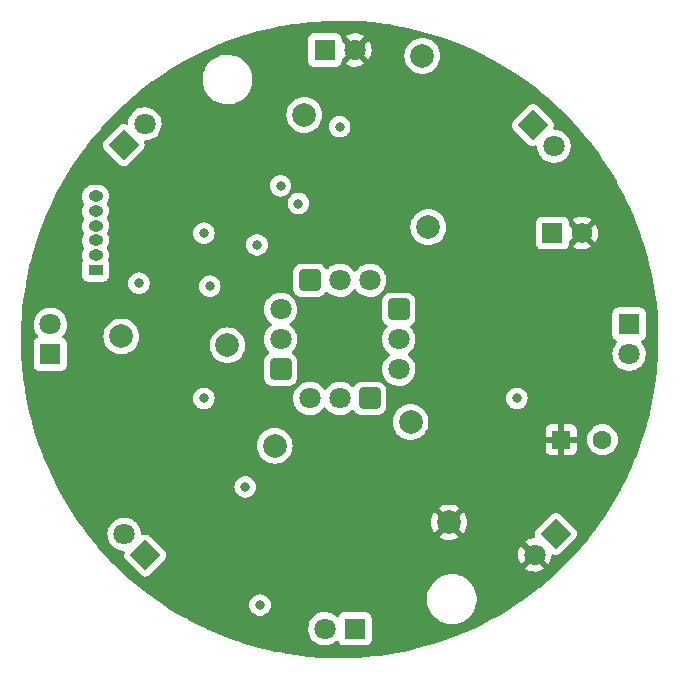
<source format=gbr>
%TF.GenerationSoftware,KiCad,Pcbnew,(6.0.1)*%
%TF.CreationDate,2022-07-03T20:59:54-07:00*%
%TF.ProjectId,EmitterDriverV2,456d6974-7465-4724-9472-697665725632,rev?*%
%TF.SameCoordinates,Original*%
%TF.FileFunction,Copper,L3,Inr*%
%TF.FilePolarity,Positive*%
%FSLAX46Y46*%
G04 Gerber Fmt 4.6, Leading zero omitted, Abs format (unit mm)*
G04 Created by KiCad (PCBNEW (6.0.1)) date 2022-07-03 20:59:54*
%MOMM*%
%LPD*%
G01*
G04 APERTURE LIST*
G04 Aperture macros list*
%AMRoundRect*
0 Rectangle with rounded corners*
0 $1 Rounding radius*
0 $2 $3 $4 $5 $6 $7 $8 $9 X,Y pos of 4 corners*
0 Add a 4 corners polygon primitive as box body*
4,1,4,$2,$3,$4,$5,$6,$7,$8,$9,$2,$3,0*
0 Add four circle primitives for the rounded corners*
1,1,$1+$1,$2,$3*
1,1,$1+$1,$4,$5*
1,1,$1+$1,$6,$7*
1,1,$1+$1,$8,$9*
0 Add four rect primitives between the rounded corners*
20,1,$1+$1,$2,$3,$4,$5,0*
20,1,$1+$1,$4,$5,$6,$7,0*
20,1,$1+$1,$6,$7,$8,$9,0*
20,1,$1+$1,$8,$9,$2,$3,0*%
%AMRotRect*
0 Rectangle, with rotation*
0 The origin of the aperture is its center*
0 $1 length*
0 $2 width*
0 $3 Rotation angle, in degrees counterclockwise*
0 Add horizontal line*
21,1,$1,$2,0,0,$3*%
G04 Aperture macros list end*
%TA.AperFunction,ComponentPad*%
%ADD10R,1.600000X1.600000*%
%TD*%
%TA.AperFunction,ComponentPad*%
%ADD11C,1.600000*%
%TD*%
%TA.AperFunction,ComponentPad*%
%ADD12C,1.800000*%
%TD*%
%TA.AperFunction,ComponentPad*%
%ADD13RotRect,1.800000X1.800000X45.000000*%
%TD*%
%TA.AperFunction,ComponentPad*%
%ADD14C,2.000000*%
%TD*%
%TA.AperFunction,ComponentPad*%
%ADD15RoundRect,0.248400X-0.651600X0.651600X-0.651600X-0.651600X0.651600X-0.651600X0.651600X0.651600X0*%
%TD*%
%TA.AperFunction,ComponentPad*%
%ADD16RoundRect,0.248400X-0.651600X-0.651600X0.651600X-0.651600X0.651600X0.651600X-0.651600X0.651600X0*%
%TD*%
%TA.AperFunction,ComponentPad*%
%ADD17RoundRect,0.248400X0.651600X-0.651600X0.651600X0.651600X-0.651600X0.651600X-0.651600X-0.651600X0*%
%TD*%
%TA.AperFunction,ComponentPad*%
%ADD18RoundRect,0.248400X0.651600X0.651600X-0.651600X0.651600X-0.651600X-0.651600X0.651600X-0.651600X0*%
%TD*%
%TA.AperFunction,ComponentPad*%
%ADD19R,1.800000X1.800000*%
%TD*%
%TA.AperFunction,ComponentPad*%
%ADD20RotRect,1.800000X1.800000X135.000000*%
%TD*%
%TA.AperFunction,ComponentPad*%
%ADD21RotRect,1.800000X1.800000X315.000000*%
%TD*%
%TA.AperFunction,ComponentPad*%
%ADD22RotRect,1.800000X1.800000X225.000000*%
%TD*%
%TA.AperFunction,ComponentPad*%
%ADD23O,1.250000X0.950000*%
%TD*%
%TA.AperFunction,ComponentPad*%
%ADD24R,1.250000X0.950000*%
%TD*%
%TA.AperFunction,ComponentPad*%
%ADD25C,1.750000*%
%TD*%
%TA.AperFunction,ComponentPad*%
%ADD26R,1.750000X1.750000*%
%TD*%
%TA.AperFunction,ViaPad*%
%ADD27C,0.800000*%
%TD*%
G04 APERTURE END LIST*
D10*
%TO.N,+BATT*%
%TO.C,C2*%
X158750000Y-78500000D03*
D11*
%TO.N,GND*%
X162250000Y-78500000D03*
%TD*%
D12*
%TO.N,Net-(D4-Pad1)*%
%TO.C,D5*%
X123500000Y-51750000D03*
D13*
%TO.N,Net-(D5-Pad1)*%
X121703949Y-53546051D03*
%TD*%
D14*
%TO.N,/RX*%
%TO.C,TP8*%
X146000000Y-77000000D03*
%TD*%
%TO.N,GND*%
%TO.C,TP7*%
X147000000Y-46000000D03*
%TD*%
%TO.N,Net-(Q5-Pad3)*%
%TO.C,TP6*%
X147500000Y-60500000D03*
%TD*%
%TO.N,Net-(Q4-Pad3)*%
%TO.C,TP5*%
X134500000Y-79000000D03*
%TD*%
%TO.N,Net-(D2-Pad1)*%
%TO.C,TP4*%
X137000000Y-51000000D03*
%TD*%
%TO.N,Net-(D1-Pad1)*%
%TO.C,TP3*%
X130500000Y-70500000D03*
%TD*%
%TO.N,GND*%
%TO.C,TP2*%
X121500000Y-69750000D03*
%TD*%
%TO.N,+BATT*%
%TO.C,TP1*%
X149250000Y-85500000D03*
%TD*%
D15*
%TO.N,/RX*%
%TO.C,U4*%
X145000000Y-67460000D03*
D12*
%TO.N,GND*%
X145000000Y-70000000D03*
%TO.N,Net-(C1-Pad1)*%
X145000000Y-72540000D03*
%TD*%
D16*
%TO.N,/RX*%
%TO.C,U3*%
X137460000Y-65000000D03*
D12*
%TO.N,GND*%
X140000000Y-65000000D03*
%TO.N,Net-(C1-Pad1)*%
X142540000Y-65000000D03*
%TD*%
%TO.N,Net-(C1-Pad1)*%
%TO.C,U2*%
X135000000Y-67460000D03*
%TO.N,GND*%
X135000000Y-70000000D03*
D17*
%TO.N,/RX*%
X135000000Y-72540000D03*
%TD*%
D18*
%TO.N,/RX*%
%TO.C,U1*%
X142540000Y-75000000D03*
D12*
%TO.N,GND*%
X140000000Y-75000000D03*
%TO.N,Net-(C1-Pad1)*%
X137460000Y-75000000D03*
%TD*%
D19*
%TO.N,Net-(D10-Pad1)*%
%TO.C,D10*%
X164500000Y-68710000D03*
D12*
%TO.N,Net-(D10-Pad2)*%
X164500000Y-71250000D03*
%TD*%
%TO.N,Net-(D8-Pad1)*%
%TO.C,D9*%
X138750000Y-94500000D03*
D19*
%TO.N,Net-(D10-Pad2)*%
X141290000Y-94500000D03*
%TD*%
%TO.N,Net-(D8-Pad1)*%
%TO.C,D8*%
X115500000Y-71275000D03*
D12*
%TO.N,Net-(D7-Pad1)*%
X115500000Y-68735000D03*
%TD*%
D19*
%TO.N,Net-(D7-Pad1)*%
%TO.C,D7*%
X138750000Y-45500000D03*
D12*
%TO.N,+BATT*%
X141290000Y-45500000D03*
%TD*%
D20*
%TO.N,Net-(D6-Pad1)*%
%TO.C,D6*%
X123546051Y-88296051D03*
D12*
%TO.N,Net-(D5-Pad1)*%
X121750000Y-86500000D03*
%TD*%
D21*
%TO.N,Net-(D4-Pad1)*%
%TO.C,D4*%
X156348439Y-51848439D03*
D12*
%TO.N,Net-(D3-Pad1)*%
X158144490Y-53644490D03*
%TD*%
D22*
%TO.N,Net-(D3-Pad1)*%
%TO.C,D3*%
X158296051Y-86453949D03*
D12*
%TO.N,+BATT*%
X156500000Y-88250000D03*
%TD*%
D23*
%TO.N,/RX*%
%TO.C,J1*%
X119325000Y-57875000D03*
%TO.N,GND*%
X119325000Y-59125000D03*
%TO.N,/Mod2*%
X119325000Y-60375000D03*
%TO.N,/Mod1*%
X119325000Y-61625000D03*
%TO.N,/PWM*%
X119325000Y-62875000D03*
D24*
%TO.N,VCC*%
X119325000Y-64125000D03*
%TD*%
D25*
%TO.N,+BATT*%
%TO.C,J2*%
X160500000Y-61000000D03*
D26*
%TO.N,GND*%
X158000000Y-61000000D03*
%TD*%
D27*
%TO.N,GND*%
X155000000Y-75000000D03*
X123000000Y-65250000D03*
%TO.N,Net-(D6-Pad1)*%
X133250000Y-92500000D03*
%TO.N,+BATT*%
X153250000Y-62500000D03*
%TO.N,Net-(C1-Pad1)*%
X128500000Y-75000000D03*
%TO.N,GND*%
X132000000Y-82500000D03*
%TO.N,+BATT*%
X145500000Y-54000000D03*
%TO.N,GND*%
X133003011Y-62000000D03*
X136500000Y-58500000D03*
X135000000Y-57000000D03*
X140000000Y-52000000D03*
X128500000Y-61000000D03*
X129000000Y-65500000D03*
%TD*%
%TA.AperFunction,Conductor*%
%TO.N,+BATT*%
G36*
X140388733Y-43015309D02*
G01*
X140845528Y-43021289D01*
X140850144Y-43021434D01*
X141550788Y-43056314D01*
X141833567Y-43070391D01*
X141838162Y-43070705D01*
X142819155Y-43155668D01*
X142823714Y-43156147D01*
X143800913Y-43276997D01*
X143805450Y-43277642D01*
X144214669Y-43343555D01*
X144777602Y-43434227D01*
X144782146Y-43435045D01*
X145747857Y-43627137D01*
X145752369Y-43628121D01*
X146710378Y-43855467D01*
X146714851Y-43856615D01*
X147663938Y-44118929D01*
X147668341Y-44120233D01*
X148607161Y-44417143D01*
X148611511Y-44418607D01*
X149538836Y-44749725D01*
X149543120Y-44751343D01*
X150185437Y-45007602D01*
X150457665Y-45116210D01*
X150461922Y-45117999D01*
X150649625Y-45200981D01*
X151362526Y-45516152D01*
X151366660Y-45518071D01*
X151672710Y-45667011D01*
X152252032Y-45948940D01*
X152256146Y-45951036D01*
X152478079Y-46069288D01*
X153125131Y-46414056D01*
X153129142Y-46416288D01*
X153980597Y-46910853D01*
X153984534Y-46913238D01*
X154384840Y-47165812D01*
X154817279Y-47438661D01*
X154821139Y-47441197D01*
X155634052Y-47996769D01*
X155637816Y-47999444D01*
X156429822Y-48584429D01*
X156433486Y-48587240D01*
X157203535Y-49200862D01*
X157207084Y-49203797D01*
X157537179Y-49487223D01*
X157954145Y-49845237D01*
X157957593Y-49848309D01*
X158046736Y-49930712D01*
X158620265Y-50460876D01*
X158680644Y-50516690D01*
X158683966Y-50519876D01*
X159382036Y-51214301D01*
X159385218Y-51217585D01*
X159774893Y-51634729D01*
X160057405Y-51937157D01*
X160060494Y-51940589D01*
X160701139Y-52678866D01*
X160705789Y-52684225D01*
X160708744Y-52687757D01*
X161326437Y-53454641D01*
X161329237Y-53458251D01*
X161918391Y-54247224D01*
X161921051Y-54250925D01*
X162245483Y-54720340D01*
X162480909Y-55060973D01*
X162483464Y-55064820D01*
X163013216Y-55894765D01*
X163015623Y-55898692D01*
X163448317Y-56634729D01*
X163514631Y-56747532D01*
X163516893Y-56751546D01*
X163937586Y-57531226D01*
X163984462Y-57618103D01*
X163986575Y-57622197D01*
X164420230Y-58501560D01*
X164422071Y-58505294D01*
X164424031Y-58509459D01*
X164542949Y-58774682D01*
X164826876Y-59407928D01*
X164828688Y-59412176D01*
X164989345Y-59808817D01*
X165196554Y-60320390D01*
X165198335Y-60324788D01*
X165199982Y-60329079D01*
X165518361Y-61206197D01*
X165535947Y-61254646D01*
X165537435Y-61258992D01*
X165709659Y-61793803D01*
X165839266Y-62196275D01*
X165840600Y-62200695D01*
X166107872Y-63148372D01*
X166109028Y-63152776D01*
X166217264Y-63598469D01*
X166341396Y-64109619D01*
X166342404Y-64114126D01*
X166539556Y-65078848D01*
X166540397Y-65083388D01*
X166702058Y-66054640D01*
X166702733Y-66059209D01*
X166828701Y-67035781D01*
X166829207Y-67040371D01*
X166915573Y-67980280D01*
X166919299Y-68020833D01*
X166919637Y-68025419D01*
X166935452Y-68312789D01*
X166973745Y-69008613D01*
X166973914Y-69013228D01*
X166991970Y-69998361D01*
X166991987Y-70001657D01*
X166990496Y-70191529D01*
X166988683Y-70422321D01*
X166988614Y-70425619D01*
X166955086Y-71410353D01*
X166954844Y-71414964D01*
X166885304Y-72397117D01*
X166884894Y-72401716D01*
X166854571Y-72683131D01*
X166779632Y-73378622D01*
X166779407Y-73380706D01*
X166778831Y-73385263D01*
X166706760Y-73882327D01*
X166637541Y-74359718D01*
X166636795Y-74364275D01*
X166459894Y-75332900D01*
X166458981Y-75337427D01*
X166252652Y-76271977D01*
X166246707Y-76298903D01*
X166245633Y-76303375D01*
X166011240Y-77206457D01*
X165998264Y-77256451D01*
X165997028Y-77260878D01*
X165754538Y-78071709D01*
X165714900Y-78204250D01*
X165713497Y-78208646D01*
X165442175Y-79007937D01*
X165396999Y-79141020D01*
X165395439Y-79145354D01*
X165044983Y-80065515D01*
X165043261Y-80069800D01*
X164659314Y-80976521D01*
X164657435Y-80980739D01*
X164240539Y-81872743D01*
X164238526Y-81876855D01*
X163824926Y-82683365D01*
X163789200Y-82753029D01*
X163787018Y-82757098D01*
X163305899Y-83616199D01*
X163303569Y-83620186D01*
X162791293Y-84461077D01*
X162788818Y-84464976D01*
X162258117Y-85268301D01*
X162246097Y-85286495D01*
X162243483Y-85290300D01*
X161707885Y-86039797D01*
X161670980Y-86091440D01*
X161668237Y-86095133D01*
X161086103Y-86849687D01*
X161066793Y-86874716D01*
X161063908Y-86878317D01*
X161004325Y-86949958D01*
X160434296Y-87635343D01*
X160431279Y-87638839D01*
X159774335Y-88372302D01*
X159771191Y-88375685D01*
X159087806Y-89084587D01*
X159084587Y-89087806D01*
X158519443Y-89632608D01*
X158375685Y-89771191D01*
X158372302Y-89774335D01*
X157638839Y-90431279D01*
X157635343Y-90434296D01*
X157228801Y-90772414D01*
X156930080Y-91020858D01*
X156878320Y-91063906D01*
X156874719Y-91066791D01*
X156095133Y-91668237D01*
X156091454Y-91670970D01*
X155400883Y-92164459D01*
X155290301Y-92243482D01*
X155286495Y-92246097D01*
X154464976Y-92788818D01*
X154461077Y-92791293D01*
X153620186Y-93303569D01*
X153616199Y-93305899D01*
X152757098Y-93787018D01*
X152753032Y-93789199D01*
X151876855Y-94238526D01*
X151872743Y-94240539D01*
X150980739Y-94657435D01*
X150976521Y-94659314D01*
X150523160Y-94851288D01*
X150192985Y-94991099D01*
X150069800Y-95043261D01*
X150065522Y-95044980D01*
X149145354Y-95395439D01*
X149141032Y-95396995D01*
X148208649Y-95713496D01*
X148204253Y-95714899D01*
X147260878Y-95997028D01*
X147256473Y-95998258D01*
X146303375Y-96245633D01*
X146298922Y-96246702D01*
X145799757Y-96356908D01*
X145337427Y-96458981D01*
X145332900Y-96459894D01*
X144364275Y-96636795D01*
X144359718Y-96637541D01*
X143961242Y-96695318D01*
X143385263Y-96778831D01*
X143380725Y-96779405D01*
X142773935Y-96844787D01*
X142401716Y-96884894D01*
X142397117Y-96885304D01*
X141414964Y-96954844D01*
X141410353Y-96955086D01*
X140646661Y-96981088D01*
X140426291Y-96988591D01*
X140421677Y-96988664D01*
X140131644Y-96987905D01*
X139437024Y-96986086D01*
X139432407Y-96985989D01*
X138448534Y-96947332D01*
X138443924Y-96947066D01*
X137462118Y-96872383D01*
X137457521Y-96871948D01*
X136638948Y-96779407D01*
X136479151Y-96761342D01*
X136474579Y-96760741D01*
X135500847Y-96614346D01*
X135496327Y-96613582D01*
X134951339Y-96511098D01*
X134528621Y-96431606D01*
X134524099Y-96430669D01*
X133934404Y-96297235D01*
X133563759Y-96213366D01*
X133559291Y-96212269D01*
X133135806Y-96099984D01*
X132607534Y-95959915D01*
X132603092Y-95958650D01*
X132270254Y-95857209D01*
X131661201Y-95671584D01*
X131656832Y-95670164D01*
X131611252Y-95654425D01*
X130726102Y-95348779D01*
X130721809Y-95347208D01*
X129940603Y-95044983D01*
X129803475Y-94991932D01*
X129799199Y-94990187D01*
X129496162Y-94859992D01*
X128894474Y-94601486D01*
X128890344Y-94599621D01*
X128607183Y-94465469D01*
X137337095Y-94465469D01*
X137337392Y-94470622D01*
X137337392Y-94470625D01*
X137344886Y-94600597D01*
X137350427Y-94696697D01*
X137351564Y-94701743D01*
X137351565Y-94701749D01*
X137383741Y-94844523D01*
X137401346Y-94922642D01*
X137403288Y-94927424D01*
X137403289Y-94927428D01*
X137469948Y-95091588D01*
X137488484Y-95137237D01*
X137609501Y-95334719D01*
X137761147Y-95509784D01*
X137939349Y-95657730D01*
X138139322Y-95774584D01*
X138355694Y-95857209D01*
X138360760Y-95858240D01*
X138360761Y-95858240D01*
X138413846Y-95869040D01*
X138582656Y-95903385D01*
X138712089Y-95908131D01*
X138808949Y-95911683D01*
X138808953Y-95911683D01*
X138814113Y-95911872D01*
X138819233Y-95911216D01*
X138819235Y-95911216D01*
X138893166Y-95901745D01*
X139043847Y-95882442D01*
X139048795Y-95880957D01*
X139048802Y-95880956D01*
X139260747Y-95817369D01*
X139265690Y-95815886D01*
X139346236Y-95776427D01*
X139469049Y-95716262D01*
X139469052Y-95716260D01*
X139473684Y-95713991D01*
X139662243Y-95579494D01*
X139707309Y-95534585D01*
X139769681Y-95500669D01*
X139840487Y-95505857D01*
X139897249Y-95548503D01*
X139914231Y-95579607D01*
X139918564Y-95591164D01*
X139939385Y-95646705D01*
X140026739Y-95763261D01*
X140143295Y-95850615D01*
X140279684Y-95901745D01*
X140341866Y-95908500D01*
X142238134Y-95908500D01*
X142300316Y-95901745D01*
X142436705Y-95850615D01*
X142553261Y-95763261D01*
X142640615Y-95646705D01*
X142691745Y-95510316D01*
X142698500Y-95448134D01*
X142698500Y-93551866D01*
X142691745Y-93489684D01*
X142640615Y-93353295D01*
X142553261Y-93236739D01*
X142436705Y-93149385D01*
X142300316Y-93098255D01*
X142238134Y-93091500D01*
X140341866Y-93091500D01*
X140279684Y-93098255D01*
X140143295Y-93149385D01*
X140026739Y-93236739D01*
X139939385Y-93353295D01*
X139936233Y-93361703D01*
X139936232Y-93361705D01*
X139915538Y-93416906D01*
X139872897Y-93473671D01*
X139806335Y-93498371D01*
X139736986Y-93483164D01*
X139714167Y-93466666D01*
X139713887Y-93466358D01*
X139668518Y-93430528D01*
X139536177Y-93326011D01*
X139536172Y-93326008D01*
X139532123Y-93322810D01*
X139527607Y-93320317D01*
X139527604Y-93320315D01*
X139333879Y-93213373D01*
X139333875Y-93213371D01*
X139329355Y-93210876D01*
X139324486Y-93209152D01*
X139324482Y-93209150D01*
X139115903Y-93135288D01*
X139115899Y-93135287D01*
X139111028Y-93133562D01*
X139105935Y-93132655D01*
X139105932Y-93132654D01*
X138888095Y-93093851D01*
X138888089Y-93093850D01*
X138883006Y-93092945D01*
X138810096Y-93092054D01*
X138656581Y-93090179D01*
X138656579Y-93090179D01*
X138651411Y-93090116D01*
X138422464Y-93125150D01*
X138202314Y-93197106D01*
X138197726Y-93199494D01*
X138197722Y-93199496D01*
X138029173Y-93287237D01*
X137996872Y-93304052D01*
X137992739Y-93307155D01*
X137992736Y-93307157D01*
X137815790Y-93440012D01*
X137811655Y-93443117D01*
X137651639Y-93610564D01*
X137521119Y-93801899D01*
X137423602Y-94011981D01*
X137361707Y-94235169D01*
X137337095Y-94465469D01*
X128607183Y-94465469D01*
X128000503Y-94178045D01*
X127996371Y-94175994D01*
X127122587Y-93722100D01*
X127118529Y-93719897D01*
X126712456Y-93489684D01*
X126261946Y-93234278D01*
X126257997Y-93231943D01*
X125419785Y-92715262D01*
X125415908Y-92712773D01*
X125395272Y-92698984D01*
X125174631Y-92551556D01*
X125097472Y-92500000D01*
X132336496Y-92500000D01*
X132356458Y-92689928D01*
X132415473Y-92871556D01*
X132510960Y-93036944D01*
X132515378Y-93041851D01*
X132515379Y-93041852D01*
X132597955Y-93133562D01*
X132638747Y-93178866D01*
X132793248Y-93291118D01*
X132799276Y-93293802D01*
X132799278Y-93293803D01*
X132961681Y-93366109D01*
X132967712Y-93368794D01*
X133061113Y-93388647D01*
X133148056Y-93407128D01*
X133148061Y-93407128D01*
X133154513Y-93408500D01*
X133345487Y-93408500D01*
X133351939Y-93407128D01*
X133351944Y-93407128D01*
X133438888Y-93388647D01*
X133532288Y-93368794D01*
X133538319Y-93366109D01*
X133700722Y-93293803D01*
X133700724Y-93293802D01*
X133706752Y-93291118D01*
X133861253Y-93178866D01*
X133902045Y-93133562D01*
X133984621Y-93041852D01*
X133984622Y-93041851D01*
X133989040Y-93036944D01*
X134084527Y-92871556D01*
X134143542Y-92689928D01*
X134163504Y-92500000D01*
X134162814Y-92493435D01*
X134144232Y-92316635D01*
X134144232Y-92316633D01*
X134143542Y-92310072D01*
X134085911Y-92132703D01*
X147390743Y-92132703D01*
X147391302Y-92136947D01*
X147391302Y-92136951D01*
X147394924Y-92164459D01*
X147428268Y-92417734D01*
X147504129Y-92695036D01*
X147505813Y-92698984D01*
X147579422Y-92871556D01*
X147616923Y-92959476D01*
X147659865Y-93031226D01*
X147759142Y-93197106D01*
X147764561Y-93206161D01*
X147944313Y-93430528D01*
X148014929Y-93497540D01*
X148134032Y-93610564D01*
X148152851Y-93628423D01*
X148386317Y-93796186D01*
X148390112Y-93798195D01*
X148390113Y-93798196D01*
X148411869Y-93809715D01*
X148640392Y-93930712D01*
X148910373Y-94029511D01*
X149191264Y-94090755D01*
X149219841Y-94093004D01*
X149414282Y-94108307D01*
X149414291Y-94108307D01*
X149416739Y-94108500D01*
X149572271Y-94108500D01*
X149574407Y-94108354D01*
X149574418Y-94108354D01*
X149782548Y-94094165D01*
X149782554Y-94094164D01*
X149786825Y-94093873D01*
X149791020Y-94093004D01*
X149791022Y-94093004D01*
X149927584Y-94064723D01*
X150068342Y-94035574D01*
X150339343Y-93939607D01*
X150594812Y-93807750D01*
X150598313Y-93805289D01*
X150598317Y-93805287D01*
X150719814Y-93719897D01*
X150830023Y-93642441D01*
X151019511Y-93466358D01*
X151037479Y-93449661D01*
X151037481Y-93449658D01*
X151040622Y-93446740D01*
X151222713Y-93224268D01*
X151372927Y-92979142D01*
X151488483Y-92715898D01*
X151494093Y-92696206D01*
X151566068Y-92443534D01*
X151567244Y-92439406D01*
X151607751Y-92154784D01*
X151607845Y-92136951D01*
X151609235Y-91871583D01*
X151609235Y-91871576D01*
X151609257Y-91867297D01*
X151571732Y-91582266D01*
X151495871Y-91304964D01*
X151485295Y-91280170D01*
X151384763Y-91044476D01*
X151384761Y-91044472D01*
X151383077Y-91040524D01*
X151235439Y-90793839D01*
X151055687Y-90569472D01*
X150847149Y-90371577D01*
X150613683Y-90203814D01*
X150591843Y-90192250D01*
X150568654Y-90179972D01*
X150359608Y-90069288D01*
X150224617Y-90019888D01*
X150093658Y-89971964D01*
X150093656Y-89971963D01*
X150089627Y-89970489D01*
X149808736Y-89909245D01*
X149777685Y-89906801D01*
X149585718Y-89891693D01*
X149585709Y-89891693D01*
X149583261Y-89891500D01*
X149427729Y-89891500D01*
X149425593Y-89891646D01*
X149425582Y-89891646D01*
X149217452Y-89905835D01*
X149217446Y-89905836D01*
X149213175Y-89906127D01*
X149208980Y-89906996D01*
X149208978Y-89906996D01*
X149072416Y-89935277D01*
X148931658Y-89964426D01*
X148660657Y-90060393D01*
X148405188Y-90192250D01*
X148401687Y-90194711D01*
X148401683Y-90194713D01*
X148391594Y-90201804D01*
X148169977Y-90357559D01*
X147959378Y-90553260D01*
X147777287Y-90775732D01*
X147627073Y-91020858D01*
X147511517Y-91284102D01*
X147432756Y-91560594D01*
X147392249Y-91845216D01*
X147392227Y-91849505D01*
X147392226Y-91849512D01*
X147390795Y-92122721D01*
X147390743Y-92132703D01*
X134085911Y-92132703D01*
X134084527Y-92128444D01*
X133989040Y-91963056D01*
X133906678Y-91871583D01*
X133865675Y-91826045D01*
X133865674Y-91826044D01*
X133861253Y-91821134D01*
X133706752Y-91708882D01*
X133700724Y-91706198D01*
X133700722Y-91706197D01*
X133538319Y-91633891D01*
X133538318Y-91633891D01*
X133532288Y-91631206D01*
X133438887Y-91611353D01*
X133351944Y-91592872D01*
X133351939Y-91592872D01*
X133345487Y-91591500D01*
X133154513Y-91591500D01*
X133148061Y-91592872D01*
X133148056Y-91592872D01*
X133061113Y-91611353D01*
X132967712Y-91631206D01*
X132961682Y-91633891D01*
X132961681Y-91633891D01*
X132799278Y-91706197D01*
X132799276Y-91706198D01*
X132793248Y-91708882D01*
X132638747Y-91821134D01*
X132634326Y-91826044D01*
X132634325Y-91826045D01*
X132593323Y-91871583D01*
X132510960Y-91963056D01*
X132415473Y-92128444D01*
X132356458Y-92310072D01*
X132355768Y-92316633D01*
X132355768Y-92316635D01*
X132337186Y-92493435D01*
X132336496Y-92500000D01*
X125097472Y-92500000D01*
X124597229Y-92165748D01*
X124593437Y-92163113D01*
X124043736Y-91765927D01*
X123795315Y-91586431D01*
X123791632Y-91583665D01*
X123767495Y-91564841D01*
X123015167Y-90978115D01*
X123011663Y-90975277D01*
X122257885Y-90341660D01*
X122254412Y-90338630D01*
X121760592Y-89891646D01*
X121524414Y-89677868D01*
X121521077Y-89674735D01*
X120873251Y-89043651D01*
X120815758Y-88987644D01*
X120812510Y-88984362D01*
X120510180Y-88667439D01*
X120132846Y-88271891D01*
X120129729Y-88268501D01*
X120104842Y-88240420D01*
X119568573Y-87635343D01*
X119476658Y-87531635D01*
X119473659Y-87528124D01*
X119049181Y-87012275D01*
X118848002Y-86767790D01*
X118845140Y-86764179D01*
X118828647Y-86742568D01*
X118617172Y-86465469D01*
X120337095Y-86465469D01*
X120337392Y-86470622D01*
X120337392Y-86470625D01*
X120344232Y-86589249D01*
X120350427Y-86696697D01*
X120351564Y-86701743D01*
X120351565Y-86701749D01*
X120366050Y-86766021D01*
X120401346Y-86922642D01*
X120403288Y-86927424D01*
X120403289Y-86927428D01*
X120430495Y-86994428D01*
X120488484Y-87137237D01*
X120609501Y-87334719D01*
X120761147Y-87509784D01*
X120939349Y-87657730D01*
X121139322Y-87774584D01*
X121355694Y-87857209D01*
X121360760Y-87858240D01*
X121360761Y-87858240D01*
X121413846Y-87869040D01*
X121582656Y-87903385D01*
X121700152Y-87907693D01*
X121767493Y-87930177D01*
X121811989Y-87985500D01*
X121819511Y-88056097D01*
X121810235Y-88085758D01*
X121783894Y-88143693D01*
X121783893Y-88143696D01*
X121780179Y-88151865D01*
X121778907Y-88160748D01*
X121778906Y-88160751D01*
X121760803Y-88287162D01*
X121759530Y-88296051D01*
X121760803Y-88304940D01*
X121770696Y-88374018D01*
X121780179Y-88440237D01*
X121840466Y-88572833D01*
X121845413Y-88578986D01*
X121845415Y-88578989D01*
X121866203Y-88604843D01*
X121879659Y-88621579D01*
X123220523Y-89962443D01*
X123230530Y-89970489D01*
X123263113Y-89996687D01*
X123263116Y-89996689D01*
X123269269Y-90001636D01*
X123401865Y-90061923D01*
X123410748Y-90063195D01*
X123410751Y-90063196D01*
X123537162Y-90081299D01*
X123546051Y-90082572D01*
X123554940Y-90081299D01*
X123681351Y-90063196D01*
X123681354Y-90063195D01*
X123690237Y-90061923D01*
X123822833Y-90001636D01*
X123828986Y-89996689D01*
X123828989Y-89996687D01*
X123861572Y-89970489D01*
X123871579Y-89962443D01*
X124422616Y-89411406D01*
X155703423Y-89411406D01*
X155708704Y-89418461D01*
X155885080Y-89521527D01*
X155894363Y-89525974D01*
X156101003Y-89604883D01*
X156110901Y-89607759D01*
X156327653Y-89651857D01*
X156337883Y-89653076D01*
X156558914Y-89661182D01*
X156569223Y-89660714D01*
X156788623Y-89632608D01*
X156798688Y-89630468D01*
X157010557Y-89566905D01*
X157020152Y-89563144D01*
X157218778Y-89465838D01*
X157227636Y-89460559D01*
X157285097Y-89419572D01*
X157293497Y-89408874D01*
X157286510Y-89395721D01*
X156512811Y-88622021D01*
X156498868Y-88614408D01*
X156497034Y-88614539D01*
X156490420Y-88618790D01*
X155710180Y-89399031D01*
X155703423Y-89411406D01*
X124422616Y-89411406D01*
X125212443Y-88621579D01*
X125225899Y-88604843D01*
X125246687Y-88578989D01*
X125246689Y-88578986D01*
X125251636Y-88572833D01*
X125311923Y-88440237D01*
X125321407Y-88374018D01*
X125331299Y-88304940D01*
X125332572Y-88296051D01*
X125331299Y-88287162D01*
X125321772Y-88220638D01*
X155087893Y-88220638D01*
X155100627Y-88441468D01*
X155102061Y-88451670D01*
X155150685Y-88667439D01*
X155153773Y-88677292D01*
X155236986Y-88882220D01*
X155241634Y-88891421D01*
X155330097Y-89035781D01*
X155340553Y-89045242D01*
X155349331Y-89041458D01*
X156127979Y-88262811D01*
X156135592Y-88248868D01*
X156135461Y-88247034D01*
X156131210Y-88240420D01*
X155353862Y-87463073D01*
X155342330Y-87456776D01*
X155330048Y-87466399D01*
X155274467Y-87547877D01*
X155269379Y-87556833D01*
X155176252Y-87757459D01*
X155172689Y-87767146D01*
X155113581Y-87980280D01*
X155111650Y-87990400D01*
X155088145Y-88210349D01*
X155087893Y-88220638D01*
X125321772Y-88220638D01*
X125313196Y-88160751D01*
X125313195Y-88160748D01*
X125311923Y-88151865D01*
X125308208Y-88143693D01*
X125254904Y-88026457D01*
X125251636Y-88019269D01*
X125246689Y-88013116D01*
X125246687Y-88013113D01*
X125214583Y-87973185D01*
X125212443Y-87970523D01*
X124332631Y-87090711D01*
X155705508Y-87090711D01*
X155712251Y-87103040D01*
X156500000Y-87890790D01*
X157646304Y-89037093D01*
X157658314Y-89043651D01*
X157670052Y-89034683D01*
X157708010Y-88981859D01*
X157713321Y-88973020D01*
X157811318Y-88774737D01*
X157815117Y-88765142D01*
X157879415Y-88553517D01*
X157881594Y-88543436D01*
X157910702Y-88322338D01*
X157911221Y-88315664D01*
X157911527Y-88303149D01*
X157933188Y-88235538D01*
X157987965Y-88190371D01*
X158058465Y-88181988D01*
X158089638Y-88191528D01*
X158151865Y-88219821D01*
X158160748Y-88221093D01*
X158160751Y-88221094D01*
X158287162Y-88239197D01*
X158296051Y-88240470D01*
X158304940Y-88239197D01*
X158431351Y-88221094D01*
X158431354Y-88221093D01*
X158440237Y-88219821D01*
X158572833Y-88159534D01*
X158578986Y-88154587D01*
X158578989Y-88154585D01*
X158618917Y-88122481D01*
X158621579Y-88120341D01*
X159962443Y-86779477D01*
X159992119Y-86742568D01*
X159996687Y-86736887D01*
X159996689Y-86736884D01*
X160001636Y-86730731D01*
X160061923Y-86598135D01*
X160063490Y-86587198D01*
X160081299Y-86462838D01*
X160082572Y-86453949D01*
X160070250Y-86367907D01*
X160063196Y-86318649D01*
X160063195Y-86318646D01*
X160061923Y-86309763D01*
X160001636Y-86177167D01*
X159996689Y-86171014D01*
X159996687Y-86171011D01*
X159964583Y-86131083D01*
X159962443Y-86128421D01*
X158621579Y-84787557D01*
X158604843Y-84774101D01*
X158578989Y-84753313D01*
X158578986Y-84753311D01*
X158572833Y-84748364D01*
X158440237Y-84688077D01*
X158431354Y-84686805D01*
X158431351Y-84686804D01*
X158304940Y-84668701D01*
X158296051Y-84667428D01*
X158287162Y-84668701D01*
X158160751Y-84686804D01*
X158160748Y-84686805D01*
X158151865Y-84688077D01*
X158019269Y-84748364D01*
X158013116Y-84753311D01*
X158013113Y-84753313D01*
X157987259Y-84774101D01*
X157970523Y-84787557D01*
X156629659Y-86128421D01*
X156627519Y-86131083D01*
X156595415Y-86171011D01*
X156595413Y-86171014D01*
X156590466Y-86177167D01*
X156530179Y-86309763D01*
X156528907Y-86318646D01*
X156528906Y-86318649D01*
X156521852Y-86367907D01*
X156509530Y-86453949D01*
X156510803Y-86462838D01*
X156528613Y-86587198D01*
X156530179Y-86598135D01*
X156533893Y-86606303D01*
X156533893Y-86606304D01*
X156559665Y-86662987D01*
X156569651Y-86733278D01*
X156540050Y-86797810D01*
X156480260Y-86836093D01*
X156443424Y-86841129D01*
X156406615Y-86840679D01*
X156396332Y-86841399D01*
X156177693Y-86874855D01*
X156167666Y-86877244D01*
X155957426Y-86945961D01*
X155947916Y-86949958D01*
X155751725Y-87052089D01*
X155743007Y-87057578D01*
X155713961Y-87079386D01*
X155705508Y-87090711D01*
X124332631Y-87090711D01*
X123974590Y-86732670D01*
X148382160Y-86732670D01*
X148387887Y-86740320D01*
X148559042Y-86845205D01*
X148567837Y-86849687D01*
X148777988Y-86936734D01*
X148787373Y-86939783D01*
X149008554Y-86992885D01*
X149018301Y-86994428D01*
X149245070Y-87012275D01*
X149254930Y-87012275D01*
X149481699Y-86994428D01*
X149491446Y-86992885D01*
X149712627Y-86939783D01*
X149722012Y-86936734D01*
X149932163Y-86849687D01*
X149940958Y-86845205D01*
X150108445Y-86742568D01*
X150117907Y-86732110D01*
X150114124Y-86723334D01*
X149262812Y-85872022D01*
X149248868Y-85864408D01*
X149247035Y-85864539D01*
X149240420Y-85868790D01*
X148388920Y-86720290D01*
X148382160Y-86732670D01*
X123974590Y-86732670D01*
X123871579Y-86629659D01*
X123854843Y-86616203D01*
X123828989Y-86595415D01*
X123828986Y-86595413D01*
X123822833Y-86590466D01*
X123754737Y-86559505D01*
X123698406Y-86533893D01*
X123698405Y-86533893D01*
X123690237Y-86530179D01*
X123681354Y-86528907D01*
X123681351Y-86528906D01*
X123554940Y-86510803D01*
X123546051Y-86509530D01*
X123537162Y-86510803D01*
X123410751Y-86528906D01*
X123410748Y-86528907D01*
X123401865Y-86530179D01*
X123393697Y-86533893D01*
X123393696Y-86533893D01*
X123337365Y-86559505D01*
X123267074Y-86569491D01*
X123202543Y-86539890D01*
X123164259Y-86480100D01*
X123159638Y-86455128D01*
X123144773Y-86274318D01*
X123144772Y-86274312D01*
X123144349Y-86269167D01*
X123108389Y-86126005D01*
X123089184Y-86049544D01*
X123089183Y-86049540D01*
X123087925Y-86044533D01*
X123085866Y-86039797D01*
X122997630Y-85836868D01*
X122997628Y-85836865D01*
X122995570Y-85832131D01*
X122869764Y-85637665D01*
X122748985Y-85504930D01*
X147737725Y-85504930D01*
X147755572Y-85731699D01*
X147757115Y-85741446D01*
X147810217Y-85962627D01*
X147813266Y-85972012D01*
X147900313Y-86182163D01*
X147904795Y-86190958D01*
X148007432Y-86358445D01*
X148017890Y-86367907D01*
X148026666Y-86364124D01*
X148877978Y-85512812D01*
X148884356Y-85501132D01*
X149614408Y-85501132D01*
X149614539Y-85502965D01*
X149618790Y-85509580D01*
X150470290Y-86361080D01*
X150482670Y-86367840D01*
X150490320Y-86362113D01*
X150595205Y-86190958D01*
X150599687Y-86182163D01*
X150686734Y-85972012D01*
X150689783Y-85962627D01*
X150742885Y-85741446D01*
X150744428Y-85731699D01*
X150762275Y-85504930D01*
X150762275Y-85495070D01*
X150744428Y-85268301D01*
X150742885Y-85258554D01*
X150689783Y-85037373D01*
X150686734Y-85027988D01*
X150599687Y-84817837D01*
X150595205Y-84809042D01*
X150492568Y-84641555D01*
X150482110Y-84632093D01*
X150473334Y-84635876D01*
X149622022Y-85487188D01*
X149614408Y-85501132D01*
X148884356Y-85501132D01*
X148885592Y-85498868D01*
X148885461Y-85497035D01*
X148881210Y-85490420D01*
X148029710Y-84638920D01*
X148017330Y-84632160D01*
X148009680Y-84637887D01*
X147904795Y-84809042D01*
X147900313Y-84817837D01*
X147813266Y-85027988D01*
X147810217Y-85037373D01*
X147757115Y-85258554D01*
X147755572Y-85268301D01*
X147737725Y-85495070D01*
X147737725Y-85504930D01*
X122748985Y-85504930D01*
X122713887Y-85466358D01*
X122709836Y-85463159D01*
X122709832Y-85463155D01*
X122536177Y-85326011D01*
X122536172Y-85326008D01*
X122532123Y-85322810D01*
X122527607Y-85320317D01*
X122527604Y-85320315D01*
X122333879Y-85213373D01*
X122333875Y-85213371D01*
X122329355Y-85210876D01*
X122324486Y-85209152D01*
X122324482Y-85209150D01*
X122115903Y-85135288D01*
X122115899Y-85135287D01*
X122111028Y-85133562D01*
X122105935Y-85132655D01*
X122105932Y-85132654D01*
X121888095Y-85093851D01*
X121888089Y-85093850D01*
X121883006Y-85092945D01*
X121810096Y-85092054D01*
X121656581Y-85090179D01*
X121656579Y-85090179D01*
X121651411Y-85090116D01*
X121422464Y-85125150D01*
X121202314Y-85197106D01*
X121197726Y-85199494D01*
X121197722Y-85199496D01*
X121001461Y-85301663D01*
X120996872Y-85304052D01*
X120992739Y-85307155D01*
X120992736Y-85307157D01*
X120967625Y-85326011D01*
X120811655Y-85443117D01*
X120651639Y-85610564D01*
X120648725Y-85614836D01*
X120648724Y-85614837D01*
X120633152Y-85637665D01*
X120521119Y-85801899D01*
X120423602Y-86011981D01*
X120361707Y-86235169D01*
X120337095Y-86465469D01*
X118617172Y-86465469D01*
X118247773Y-85981440D01*
X118245050Y-85977733D01*
X118234375Y-85962627D01*
X117867221Y-85443117D01*
X117676782Y-85173652D01*
X117674187Y-85169833D01*
X117135736Y-84345424D01*
X117133282Y-84341512D01*
X117096074Y-84279710D01*
X117088958Y-84267890D01*
X148382093Y-84267890D01*
X148385876Y-84276666D01*
X149237188Y-85127978D01*
X149251132Y-85135592D01*
X149252965Y-85135461D01*
X149259580Y-85131210D01*
X150111080Y-84279710D01*
X150117840Y-84267330D01*
X150112113Y-84259680D01*
X149940958Y-84154795D01*
X149932163Y-84150313D01*
X149722012Y-84063266D01*
X149712627Y-84060217D01*
X149491446Y-84007115D01*
X149481699Y-84005572D01*
X149254930Y-83987725D01*
X149245070Y-83987725D01*
X149018301Y-84005572D01*
X149008554Y-84007115D01*
X148787373Y-84060217D01*
X148777988Y-84063266D01*
X148567837Y-84150313D01*
X148559042Y-84154795D01*
X148391555Y-84257432D01*
X148382093Y-84267890D01*
X117088958Y-84267890D01*
X116625429Y-83497971D01*
X116623126Y-83493983D01*
X116575840Y-83408500D01*
X116146514Y-82632380D01*
X116144357Y-82628306D01*
X116079405Y-82500000D01*
X131086496Y-82500000D01*
X131106458Y-82689928D01*
X131165473Y-82871556D01*
X131260960Y-83036944D01*
X131265378Y-83041851D01*
X131265379Y-83041852D01*
X131384325Y-83173955D01*
X131388747Y-83178866D01*
X131543248Y-83291118D01*
X131549276Y-83293802D01*
X131549278Y-83293803D01*
X131711681Y-83366109D01*
X131717712Y-83368794D01*
X131811113Y-83388647D01*
X131898056Y-83407128D01*
X131898061Y-83407128D01*
X131904513Y-83408500D01*
X132095487Y-83408500D01*
X132101939Y-83407128D01*
X132101944Y-83407128D01*
X132188887Y-83388647D01*
X132282288Y-83368794D01*
X132288319Y-83366109D01*
X132450722Y-83293803D01*
X132450724Y-83293802D01*
X132456752Y-83291118D01*
X132611253Y-83178866D01*
X132615675Y-83173955D01*
X132734621Y-83041852D01*
X132734622Y-83041851D01*
X132739040Y-83036944D01*
X132834527Y-82871556D01*
X132893542Y-82689928D01*
X132913504Y-82500000D01*
X132893542Y-82310072D01*
X132834527Y-82128444D01*
X132739040Y-81963056D01*
X132611253Y-81821134D01*
X132456752Y-81708882D01*
X132450724Y-81706198D01*
X132450722Y-81706197D01*
X132288319Y-81633891D01*
X132288318Y-81633891D01*
X132282288Y-81631206D01*
X132188888Y-81611353D01*
X132101944Y-81592872D01*
X132101939Y-81592872D01*
X132095487Y-81591500D01*
X131904513Y-81591500D01*
X131898061Y-81592872D01*
X131898056Y-81592872D01*
X131811112Y-81611353D01*
X131717712Y-81631206D01*
X131711682Y-81633891D01*
X131711681Y-81633891D01*
X131549278Y-81706197D01*
X131549276Y-81706198D01*
X131543248Y-81708882D01*
X131388747Y-81821134D01*
X131260960Y-81963056D01*
X131165473Y-82128444D01*
X131106458Y-82310072D01*
X131086496Y-82500000D01*
X116079405Y-82500000D01*
X115699639Y-81749817D01*
X115697629Y-81745659D01*
X115285402Y-80851472D01*
X115283546Y-80847244D01*
X115112446Y-80437211D01*
X114904354Y-79938528D01*
X114902661Y-79934253D01*
X114857393Y-79813498D01*
X114557030Y-79012272D01*
X114555494Y-79007937D01*
X114552846Y-79000000D01*
X132986835Y-79000000D01*
X133005465Y-79236711D01*
X133060895Y-79467594D01*
X133062788Y-79472165D01*
X133062789Y-79472167D01*
X133129974Y-79634366D01*
X133151760Y-79686963D01*
X133154346Y-79691183D01*
X133273241Y-79885202D01*
X133273245Y-79885208D01*
X133275824Y-79889416D01*
X133430031Y-80069969D01*
X133610584Y-80224176D01*
X133614792Y-80226755D01*
X133614798Y-80226759D01*
X133754354Y-80312279D01*
X133813037Y-80348240D01*
X133817607Y-80350133D01*
X133817611Y-80350135D01*
X134027833Y-80437211D01*
X134032406Y-80439105D01*
X134112609Y-80458360D01*
X134258476Y-80493380D01*
X134258482Y-80493381D01*
X134263289Y-80494535D01*
X134500000Y-80513165D01*
X134736711Y-80494535D01*
X134741518Y-80493381D01*
X134741524Y-80493380D01*
X134887391Y-80458360D01*
X134967594Y-80439105D01*
X134972167Y-80437211D01*
X135182389Y-80350135D01*
X135182393Y-80350133D01*
X135186963Y-80348240D01*
X135245646Y-80312279D01*
X135385202Y-80226759D01*
X135385208Y-80226755D01*
X135389416Y-80224176D01*
X135569969Y-80069969D01*
X135724176Y-79889416D01*
X135726755Y-79885208D01*
X135726759Y-79885202D01*
X135845654Y-79691183D01*
X135848240Y-79686963D01*
X135870027Y-79634366D01*
X135937211Y-79472167D01*
X135937212Y-79472165D01*
X135939105Y-79467594D01*
X135968617Y-79344669D01*
X157442001Y-79344669D01*
X157442371Y-79351490D01*
X157447895Y-79402352D01*
X157451521Y-79417604D01*
X157496676Y-79538054D01*
X157505214Y-79553649D01*
X157581715Y-79655724D01*
X157594276Y-79668285D01*
X157696351Y-79744786D01*
X157711946Y-79753324D01*
X157832394Y-79798478D01*
X157847649Y-79802105D01*
X157898514Y-79807631D01*
X157905328Y-79808000D01*
X158477885Y-79808000D01*
X158493124Y-79803525D01*
X158494329Y-79802135D01*
X158496000Y-79794452D01*
X158496000Y-79789884D01*
X159004000Y-79789884D01*
X159008475Y-79805123D01*
X159009865Y-79806328D01*
X159017548Y-79807999D01*
X159594669Y-79807999D01*
X159601490Y-79807629D01*
X159652352Y-79802105D01*
X159667604Y-79798479D01*
X159788054Y-79753324D01*
X159803649Y-79744786D01*
X159905724Y-79668285D01*
X159918285Y-79655724D01*
X159994786Y-79553649D01*
X160003324Y-79538054D01*
X160048478Y-79417606D01*
X160052105Y-79402351D01*
X160057631Y-79351486D01*
X160058000Y-79344672D01*
X160058000Y-78772115D01*
X160053525Y-78756876D01*
X160052135Y-78755671D01*
X160044452Y-78754000D01*
X159022115Y-78754000D01*
X159006876Y-78758475D01*
X159005671Y-78759865D01*
X159004000Y-78767548D01*
X159004000Y-79789884D01*
X158496000Y-79789884D01*
X158496000Y-78772115D01*
X158491525Y-78756876D01*
X158490135Y-78755671D01*
X158482452Y-78754000D01*
X157460116Y-78754000D01*
X157444877Y-78758475D01*
X157443672Y-78759865D01*
X157442001Y-78767548D01*
X157442001Y-79344669D01*
X135968617Y-79344669D01*
X135994535Y-79236711D01*
X136013165Y-79000000D01*
X135994535Y-78763289D01*
X135993380Y-78758475D01*
X135940260Y-78537218D01*
X135939105Y-78532406D01*
X135931135Y-78513165D01*
X135850135Y-78317611D01*
X135850133Y-78317607D01*
X135848240Y-78313037D01*
X135819782Y-78266598D01*
X135726759Y-78114798D01*
X135726755Y-78114792D01*
X135724176Y-78110584D01*
X135569969Y-77930031D01*
X135389416Y-77775824D01*
X135385208Y-77773245D01*
X135385202Y-77773241D01*
X135191183Y-77654346D01*
X135186963Y-77651760D01*
X135182393Y-77649867D01*
X135182389Y-77649865D01*
X134972167Y-77562789D01*
X134972165Y-77562788D01*
X134967594Y-77560895D01*
X134852465Y-77533255D01*
X134741524Y-77506620D01*
X134741518Y-77506619D01*
X134736711Y-77505465D01*
X134500000Y-77486835D01*
X134263289Y-77505465D01*
X134258482Y-77506619D01*
X134258476Y-77506620D01*
X134147535Y-77533255D01*
X134032406Y-77560895D01*
X134027835Y-77562788D01*
X134027833Y-77562789D01*
X133817611Y-77649865D01*
X133817607Y-77649867D01*
X133813037Y-77651760D01*
X133808817Y-77654346D01*
X133614798Y-77773241D01*
X133614792Y-77773245D01*
X133610584Y-77775824D01*
X133430031Y-77930031D01*
X133275824Y-78110584D01*
X133273245Y-78114792D01*
X133273241Y-78114798D01*
X133180218Y-78266598D01*
X133151760Y-78313037D01*
X133149867Y-78317607D01*
X133149865Y-78317611D01*
X133068865Y-78513165D01*
X133060895Y-78532406D01*
X133059740Y-78537218D01*
X133006621Y-78758475D01*
X133005465Y-78763289D01*
X132986835Y-79000000D01*
X114552846Y-79000000D01*
X114551202Y-78995070D01*
X114322250Y-78308817D01*
X114243878Y-78073905D01*
X114242497Y-78069499D01*
X113965311Y-77124658D01*
X113964093Y-77120203D01*
X113933565Y-77000000D01*
X144486835Y-77000000D01*
X144505465Y-77236711D01*
X144506619Y-77241518D01*
X144506620Y-77241524D01*
X144512428Y-77265716D01*
X144560895Y-77467594D01*
X144562788Y-77472165D01*
X144562789Y-77472167D01*
X144638811Y-77655700D01*
X144651760Y-77686963D01*
X144654346Y-77691183D01*
X144773241Y-77885202D01*
X144773245Y-77885208D01*
X144775824Y-77889416D01*
X144930031Y-78069969D01*
X145110584Y-78224176D01*
X145114792Y-78226755D01*
X145114798Y-78226759D01*
X145255591Y-78313037D01*
X145313037Y-78348240D01*
X145317607Y-78350133D01*
X145317611Y-78350135D01*
X145382552Y-78377034D01*
X145532406Y-78439105D01*
X145612609Y-78458360D01*
X145758476Y-78493380D01*
X145758482Y-78493381D01*
X145763289Y-78494535D01*
X146000000Y-78513165D01*
X146167273Y-78500000D01*
X160936502Y-78500000D01*
X160956457Y-78728087D01*
X160957881Y-78733400D01*
X160957881Y-78733402D01*
X160967031Y-78767548D01*
X161015716Y-78949243D01*
X161018039Y-78954224D01*
X161018039Y-78954225D01*
X161110151Y-79151762D01*
X161110154Y-79151767D01*
X161112477Y-79156749D01*
X161243802Y-79344300D01*
X161405700Y-79506198D01*
X161410208Y-79509355D01*
X161410211Y-79509357D01*
X161451195Y-79538054D01*
X161593251Y-79637523D01*
X161598233Y-79639846D01*
X161598238Y-79639849D01*
X161795775Y-79731961D01*
X161800757Y-79734284D01*
X161806065Y-79735706D01*
X161806067Y-79735707D01*
X162016598Y-79792119D01*
X162016600Y-79792119D01*
X162021913Y-79793543D01*
X162250000Y-79813498D01*
X162478087Y-79793543D01*
X162483400Y-79792119D01*
X162483402Y-79792119D01*
X162693933Y-79735707D01*
X162693935Y-79735706D01*
X162699243Y-79734284D01*
X162704225Y-79731961D01*
X162901762Y-79639849D01*
X162901767Y-79639846D01*
X162906749Y-79637523D01*
X163048805Y-79538054D01*
X163089789Y-79509357D01*
X163089792Y-79509355D01*
X163094300Y-79506198D01*
X163256198Y-79344300D01*
X163387523Y-79156749D01*
X163389846Y-79151767D01*
X163389849Y-79151762D01*
X163481961Y-78954225D01*
X163481961Y-78954224D01*
X163484284Y-78949243D01*
X163532970Y-78767548D01*
X163542119Y-78733402D01*
X163542119Y-78733400D01*
X163543543Y-78728087D01*
X163563498Y-78500000D01*
X163543543Y-78271913D01*
X163535028Y-78240135D01*
X163485707Y-78056067D01*
X163485706Y-78056065D01*
X163484284Y-78050757D01*
X163481961Y-78045775D01*
X163389849Y-77848238D01*
X163389846Y-77848233D01*
X163387523Y-77843251D01*
X163256198Y-77655700D01*
X163094300Y-77493802D01*
X163089792Y-77490645D01*
X163089789Y-77490643D01*
X163011611Y-77435902D01*
X162906749Y-77362477D01*
X162901767Y-77360154D01*
X162901762Y-77360151D01*
X162704225Y-77268039D01*
X162704224Y-77268039D01*
X162699243Y-77265716D01*
X162693935Y-77264294D01*
X162693933Y-77264293D01*
X162483402Y-77207881D01*
X162483400Y-77207881D01*
X162478087Y-77206457D01*
X162250000Y-77186502D01*
X162021913Y-77206457D01*
X162016600Y-77207881D01*
X162016598Y-77207881D01*
X161806067Y-77264293D01*
X161806065Y-77264294D01*
X161800757Y-77265716D01*
X161795776Y-77268039D01*
X161795775Y-77268039D01*
X161598238Y-77360151D01*
X161598233Y-77360154D01*
X161593251Y-77362477D01*
X161488389Y-77435902D01*
X161410211Y-77490643D01*
X161410208Y-77490645D01*
X161405700Y-77493802D01*
X161243802Y-77655700D01*
X161112477Y-77843251D01*
X161110154Y-77848233D01*
X161110151Y-77848238D01*
X161018039Y-78045775D01*
X161015716Y-78050757D01*
X161014294Y-78056065D01*
X161014293Y-78056067D01*
X160964972Y-78240135D01*
X160956457Y-78271913D01*
X160936502Y-78500000D01*
X146167273Y-78500000D01*
X146236711Y-78494535D01*
X146241518Y-78493381D01*
X146241524Y-78493380D01*
X146387391Y-78458360D01*
X146467594Y-78439105D01*
X146617448Y-78377034D01*
X146682389Y-78350135D01*
X146682393Y-78350133D01*
X146686963Y-78348240D01*
X146744409Y-78313037D01*
X146883365Y-78227885D01*
X157442000Y-78227885D01*
X157446475Y-78243124D01*
X157447865Y-78244329D01*
X157455548Y-78246000D01*
X158477885Y-78246000D01*
X158493124Y-78241525D01*
X158494329Y-78240135D01*
X158496000Y-78232452D01*
X158496000Y-78227885D01*
X159004000Y-78227885D01*
X159008475Y-78243124D01*
X159009865Y-78244329D01*
X159017548Y-78246000D01*
X160039884Y-78246000D01*
X160055123Y-78241525D01*
X160056328Y-78240135D01*
X160057999Y-78232452D01*
X160057999Y-77655331D01*
X160057629Y-77648510D01*
X160052105Y-77597648D01*
X160048479Y-77582396D01*
X160003324Y-77461946D01*
X159994786Y-77446351D01*
X159918285Y-77344276D01*
X159905724Y-77331715D01*
X159803649Y-77255214D01*
X159788054Y-77246676D01*
X159667606Y-77201522D01*
X159652351Y-77197895D01*
X159601486Y-77192369D01*
X159594672Y-77192000D01*
X159022115Y-77192000D01*
X159006876Y-77196475D01*
X159005671Y-77197865D01*
X159004000Y-77205548D01*
X159004000Y-78227885D01*
X158496000Y-78227885D01*
X158496000Y-77210116D01*
X158491525Y-77194877D01*
X158490135Y-77193672D01*
X158482452Y-77192001D01*
X157905331Y-77192001D01*
X157898510Y-77192371D01*
X157847648Y-77197895D01*
X157832396Y-77201521D01*
X157711946Y-77246676D01*
X157696351Y-77255214D01*
X157594276Y-77331715D01*
X157581715Y-77344276D01*
X157505214Y-77446351D01*
X157496676Y-77461946D01*
X157451522Y-77582394D01*
X157447895Y-77597649D01*
X157442369Y-77648514D01*
X157442000Y-77655328D01*
X157442000Y-78227885D01*
X146883365Y-78227885D01*
X146885202Y-78226759D01*
X146885208Y-78226755D01*
X146889416Y-78224176D01*
X147069969Y-78069969D01*
X147224176Y-77889416D01*
X147226755Y-77885208D01*
X147226759Y-77885202D01*
X147345654Y-77691183D01*
X147348240Y-77686963D01*
X147361190Y-77655700D01*
X147437211Y-77472167D01*
X147437212Y-77472165D01*
X147439105Y-77467594D01*
X147487572Y-77265716D01*
X147493380Y-77241524D01*
X147493381Y-77241518D01*
X147494535Y-77236711D01*
X147513165Y-77000000D01*
X147494535Y-76763289D01*
X147439105Y-76532406D01*
X147389179Y-76411872D01*
X147350135Y-76317611D01*
X147350133Y-76317607D01*
X147348240Y-76313037D01*
X147323078Y-76271977D01*
X147226759Y-76114798D01*
X147226755Y-76114792D01*
X147224176Y-76110584D01*
X147069969Y-75930031D01*
X146889416Y-75775824D01*
X146885208Y-75773245D01*
X146885202Y-75773241D01*
X146691183Y-75654346D01*
X146686963Y-75651760D01*
X146682393Y-75649867D01*
X146682389Y-75649865D01*
X146472167Y-75562789D01*
X146472165Y-75562788D01*
X146467594Y-75560895D01*
X146387391Y-75541640D01*
X146241524Y-75506620D01*
X146241518Y-75506619D01*
X146236711Y-75505465D01*
X146000000Y-75486835D01*
X145763289Y-75505465D01*
X145758482Y-75506619D01*
X145758476Y-75506620D01*
X145612609Y-75541640D01*
X145532406Y-75560895D01*
X145527835Y-75562788D01*
X145527833Y-75562789D01*
X145317611Y-75649865D01*
X145317607Y-75649867D01*
X145313037Y-75651760D01*
X145308817Y-75654346D01*
X145114798Y-75773241D01*
X145114792Y-75773245D01*
X145110584Y-75775824D01*
X144930031Y-75930031D01*
X144775824Y-76110584D01*
X144773245Y-76114792D01*
X144773241Y-76114798D01*
X144676922Y-76271977D01*
X144651760Y-76313037D01*
X144649867Y-76317607D01*
X144649865Y-76317611D01*
X144610821Y-76411872D01*
X144560895Y-76532406D01*
X144505465Y-76763289D01*
X144486835Y-77000000D01*
X113933565Y-77000000D01*
X113721730Y-76165898D01*
X113720675Y-76161403D01*
X113642336Y-75797536D01*
X113513428Y-75198783D01*
X113512545Y-75194281D01*
X113512058Y-75191529D01*
X113478114Y-75000000D01*
X127586496Y-75000000D01*
X127606458Y-75189928D01*
X127665473Y-75371556D01*
X127668776Y-75377278D01*
X127668777Y-75377279D01*
X127692057Y-75417600D01*
X127760960Y-75536944D01*
X127765378Y-75541851D01*
X127765379Y-75541852D01*
X127784231Y-75562789D01*
X127888747Y-75678866D01*
X127916016Y-75698678D01*
X128018643Y-75773241D01*
X128043248Y-75791118D01*
X128049276Y-75793802D01*
X128049278Y-75793803D01*
X128149944Y-75838622D01*
X128217712Y-75868794D01*
X128311112Y-75888647D01*
X128398056Y-75907128D01*
X128398061Y-75907128D01*
X128404513Y-75908500D01*
X128595487Y-75908500D01*
X128601939Y-75907128D01*
X128601944Y-75907128D01*
X128688888Y-75888647D01*
X128782288Y-75868794D01*
X128850056Y-75838622D01*
X128950722Y-75793803D01*
X128950724Y-75793802D01*
X128956752Y-75791118D01*
X128981358Y-75773241D01*
X129083984Y-75698678D01*
X129111253Y-75678866D01*
X129215769Y-75562789D01*
X129234621Y-75541852D01*
X129234622Y-75541851D01*
X129239040Y-75536944D01*
X129307943Y-75417600D01*
X129331223Y-75377279D01*
X129331224Y-75377278D01*
X129334527Y-75371556D01*
X129393542Y-75189928D01*
X129413504Y-75000000D01*
X129409875Y-74965469D01*
X136047095Y-74965469D01*
X136060427Y-75196697D01*
X136061564Y-75201743D01*
X136061565Y-75201749D01*
X136091122Y-75332900D01*
X136111346Y-75422642D01*
X136113288Y-75427424D01*
X136113289Y-75427428D01*
X136168254Y-75562789D01*
X136198484Y-75637237D01*
X136319501Y-75834719D01*
X136471147Y-76009784D01*
X136649349Y-76157730D01*
X136849322Y-76274584D01*
X137065694Y-76357209D01*
X137070760Y-76358240D01*
X137070761Y-76358240D01*
X137123846Y-76369040D01*
X137292656Y-76403385D01*
X137422934Y-76408162D01*
X137518949Y-76411683D01*
X137518953Y-76411683D01*
X137524113Y-76411872D01*
X137529233Y-76411216D01*
X137529235Y-76411216D01*
X137628332Y-76398521D01*
X137753847Y-76382442D01*
X137758795Y-76380957D01*
X137758802Y-76380956D01*
X137970747Y-76317369D01*
X137975690Y-76315886D01*
X137990120Y-76308817D01*
X138179049Y-76216262D01*
X138179052Y-76216260D01*
X138183684Y-76213991D01*
X138372243Y-76079494D01*
X138536303Y-75916005D01*
X138539317Y-75911811D01*
X138539326Y-75911800D01*
X138626960Y-75789844D01*
X138682954Y-75746196D01*
X138753658Y-75739750D01*
X138816622Y-75772553D01*
X138836715Y-75797536D01*
X138856800Y-75830313D01*
X138856804Y-75830318D01*
X138859501Y-75834719D01*
X139011147Y-76009784D01*
X139189349Y-76157730D01*
X139389322Y-76274584D01*
X139605694Y-76357209D01*
X139610760Y-76358240D01*
X139610761Y-76358240D01*
X139663846Y-76369040D01*
X139832656Y-76403385D01*
X139962934Y-76408162D01*
X140058949Y-76411683D01*
X140058953Y-76411683D01*
X140064113Y-76411872D01*
X140069233Y-76411216D01*
X140069235Y-76411216D01*
X140168332Y-76398521D01*
X140293847Y-76382442D01*
X140298795Y-76380957D01*
X140298802Y-76380956D01*
X140510747Y-76317369D01*
X140515690Y-76315886D01*
X140530120Y-76308817D01*
X140719049Y-76216262D01*
X140719052Y-76216260D01*
X140723684Y-76213991D01*
X140912243Y-76079494D01*
X141016735Y-75975365D01*
X141079108Y-75941449D01*
X141149914Y-75946637D01*
X141206676Y-75989283D01*
X141212818Y-75998309D01*
X141291184Y-76124948D01*
X141416096Y-76249641D01*
X141422326Y-76253481D01*
X141422327Y-76253482D01*
X141559180Y-76337840D01*
X141566342Y-76342255D01*
X141733865Y-76397820D01*
X141740701Y-76398520D01*
X141740704Y-76398521D01*
X141788181Y-76403385D01*
X141838105Y-76408500D01*
X142534587Y-76408500D01*
X143241894Y-76408499D01*
X143245138Y-76408162D01*
X143245146Y-76408162D01*
X143301114Y-76402355D01*
X143347437Y-76397549D01*
X143465259Y-76358240D01*
X143507918Y-76344008D01*
X143507920Y-76344007D01*
X143514862Y-76341691D01*
X143664948Y-76248816D01*
X143789641Y-76123904D01*
X143857951Y-76013086D01*
X143878415Y-75979888D01*
X143878416Y-75979886D01*
X143882255Y-75973658D01*
X143937820Y-75806135D01*
X143939084Y-75793803D01*
X143943961Y-75746196D01*
X143948500Y-75701895D01*
X143948499Y-75000000D01*
X154086496Y-75000000D01*
X154106458Y-75189928D01*
X154165473Y-75371556D01*
X154168776Y-75377278D01*
X154168777Y-75377279D01*
X154192057Y-75417600D01*
X154260960Y-75536944D01*
X154265378Y-75541851D01*
X154265379Y-75541852D01*
X154284231Y-75562789D01*
X154388747Y-75678866D01*
X154416016Y-75698678D01*
X154518643Y-75773241D01*
X154543248Y-75791118D01*
X154549276Y-75793802D01*
X154549278Y-75793803D01*
X154649944Y-75838622D01*
X154717712Y-75868794D01*
X154811112Y-75888647D01*
X154898056Y-75907128D01*
X154898061Y-75907128D01*
X154904513Y-75908500D01*
X155095487Y-75908500D01*
X155101939Y-75907128D01*
X155101944Y-75907128D01*
X155188888Y-75888647D01*
X155282288Y-75868794D01*
X155350056Y-75838622D01*
X155450722Y-75793803D01*
X155450724Y-75793802D01*
X155456752Y-75791118D01*
X155481358Y-75773241D01*
X155583984Y-75698678D01*
X155611253Y-75678866D01*
X155715769Y-75562789D01*
X155734621Y-75541852D01*
X155734622Y-75541851D01*
X155739040Y-75536944D01*
X155807943Y-75417600D01*
X155831223Y-75377279D01*
X155831224Y-75377278D01*
X155834527Y-75371556D01*
X155893542Y-75189928D01*
X155913504Y-75000000D01*
X155893542Y-74810072D01*
X155834527Y-74628444D01*
X155739040Y-74463056D01*
X155672752Y-74389435D01*
X155615675Y-74326045D01*
X155615674Y-74326044D01*
X155611253Y-74321134D01*
X155512157Y-74249136D01*
X155462094Y-74212763D01*
X155462093Y-74212762D01*
X155456752Y-74208882D01*
X155450724Y-74206198D01*
X155450722Y-74206197D01*
X155288319Y-74133891D01*
X155288318Y-74133891D01*
X155282288Y-74131206D01*
X155185176Y-74110564D01*
X155101944Y-74092872D01*
X155101939Y-74092872D01*
X155095487Y-74091500D01*
X154904513Y-74091500D01*
X154898061Y-74092872D01*
X154898056Y-74092872D01*
X154814824Y-74110564D01*
X154717712Y-74131206D01*
X154711682Y-74133891D01*
X154711681Y-74133891D01*
X154549278Y-74206197D01*
X154549276Y-74206198D01*
X154543248Y-74208882D01*
X154537907Y-74212762D01*
X154537906Y-74212763D01*
X154487843Y-74249136D01*
X154388747Y-74321134D01*
X154384326Y-74326044D01*
X154384325Y-74326045D01*
X154327249Y-74389435D01*
X154260960Y-74463056D01*
X154165473Y-74628444D01*
X154106458Y-74810072D01*
X154086496Y-75000000D01*
X143948499Y-75000000D01*
X143948499Y-74298106D01*
X143937549Y-74192563D01*
X143903831Y-74091500D01*
X143884008Y-74032082D01*
X143884007Y-74032080D01*
X143881691Y-74025138D01*
X143835947Y-73951216D01*
X143792669Y-73881278D01*
X143792668Y-73881276D01*
X143788816Y-73875052D01*
X143663904Y-73750359D01*
X143657673Y-73746518D01*
X143519888Y-73661585D01*
X143519886Y-73661584D01*
X143513658Y-73657745D01*
X143346135Y-73602180D01*
X143339299Y-73601480D01*
X143339296Y-73601479D01*
X143286984Y-73596120D01*
X143241895Y-73591500D01*
X142545413Y-73591500D01*
X141838106Y-73591501D01*
X141834862Y-73591838D01*
X141834854Y-73591838D01*
X141781113Y-73597414D01*
X141732563Y-73602451D01*
X141664527Y-73625150D01*
X141572082Y-73655992D01*
X141572080Y-73655993D01*
X141565138Y-73658309D01*
X141514142Y-73689866D01*
X141476155Y-73713373D01*
X141415052Y-73751184D01*
X141409880Y-73756365D01*
X141362277Y-73804052D01*
X141290359Y-73876096D01*
X141236695Y-73963155D01*
X141213163Y-74001330D01*
X141160390Y-74048824D01*
X141090319Y-74060247D01*
X141025195Y-74031973D01*
X141012709Y-74020013D01*
X140967365Y-73970180D01*
X140967363Y-73970178D01*
X140963887Y-73966358D01*
X140959836Y-73963159D01*
X140959832Y-73963155D01*
X140786177Y-73826011D01*
X140786172Y-73826008D01*
X140782123Y-73822810D01*
X140777607Y-73820317D01*
X140777604Y-73820315D01*
X140583879Y-73713373D01*
X140583875Y-73713371D01*
X140579355Y-73710876D01*
X140574486Y-73709152D01*
X140574482Y-73709150D01*
X140365903Y-73635288D01*
X140365899Y-73635287D01*
X140361028Y-73633562D01*
X140355935Y-73632655D01*
X140355932Y-73632654D01*
X140138095Y-73593851D01*
X140138089Y-73593850D01*
X140133006Y-73592945D01*
X140060096Y-73592054D01*
X139906581Y-73590179D01*
X139906579Y-73590179D01*
X139901411Y-73590116D01*
X139672464Y-73625150D01*
X139452314Y-73697106D01*
X139447726Y-73699494D01*
X139447722Y-73699496D01*
X139267177Y-73793482D01*
X139246872Y-73804052D01*
X139242739Y-73807155D01*
X139242736Y-73807157D01*
X139067776Y-73938521D01*
X139061655Y-73943117D01*
X139053469Y-73951683D01*
X138988172Y-74020013D01*
X138901639Y-74110564D01*
X138834306Y-74209271D01*
X138779397Y-74254271D01*
X138708872Y-74262442D01*
X138645125Y-74231188D01*
X138624428Y-74206705D01*
X138619715Y-74199419D01*
X138579764Y-74137665D01*
X138572639Y-74129834D01*
X138478468Y-74026342D01*
X138423887Y-73966358D01*
X138419836Y-73963159D01*
X138419832Y-73963155D01*
X138246177Y-73826011D01*
X138246172Y-73826008D01*
X138242123Y-73822810D01*
X138237607Y-73820317D01*
X138237604Y-73820315D01*
X138043879Y-73713373D01*
X138043875Y-73713371D01*
X138039355Y-73710876D01*
X138034486Y-73709152D01*
X138034482Y-73709150D01*
X137825903Y-73635288D01*
X137825899Y-73635287D01*
X137821028Y-73633562D01*
X137815935Y-73632655D01*
X137815932Y-73632654D01*
X137598095Y-73593851D01*
X137598089Y-73593850D01*
X137593006Y-73592945D01*
X137520096Y-73592054D01*
X137366581Y-73590179D01*
X137366579Y-73590179D01*
X137361411Y-73590116D01*
X137132464Y-73625150D01*
X136912314Y-73697106D01*
X136907726Y-73699494D01*
X136907722Y-73699496D01*
X136727177Y-73793482D01*
X136706872Y-73804052D01*
X136702739Y-73807155D01*
X136702736Y-73807157D01*
X136527776Y-73938521D01*
X136521655Y-73943117D01*
X136513469Y-73951683D01*
X136448172Y-74020013D01*
X136361639Y-74110564D01*
X136358730Y-74114829D01*
X136358724Y-74114837D01*
X136286863Y-74220181D01*
X136231119Y-74301899D01*
X136133602Y-74511981D01*
X136071707Y-74735169D01*
X136047095Y-74965469D01*
X129409875Y-74965469D01*
X129393542Y-74810072D01*
X129334527Y-74628444D01*
X129239040Y-74463056D01*
X129172752Y-74389435D01*
X129115675Y-74326045D01*
X129115674Y-74326044D01*
X129111253Y-74321134D01*
X129012157Y-74249136D01*
X128962094Y-74212763D01*
X128962093Y-74212762D01*
X128956752Y-74208882D01*
X128950724Y-74206198D01*
X128950722Y-74206197D01*
X128788319Y-74133891D01*
X128788318Y-74133891D01*
X128782288Y-74131206D01*
X128685176Y-74110564D01*
X128601944Y-74092872D01*
X128601939Y-74092872D01*
X128595487Y-74091500D01*
X128404513Y-74091500D01*
X128398061Y-74092872D01*
X128398056Y-74092872D01*
X128314824Y-74110564D01*
X128217712Y-74131206D01*
X128211682Y-74133891D01*
X128211681Y-74133891D01*
X128049278Y-74206197D01*
X128049276Y-74206198D01*
X128043248Y-74208882D01*
X128037907Y-74212762D01*
X128037906Y-74212763D01*
X127987843Y-74249136D01*
X127888747Y-74321134D01*
X127884326Y-74326044D01*
X127884325Y-74326045D01*
X127827249Y-74389435D01*
X127760960Y-74463056D01*
X127665473Y-74628444D01*
X127606458Y-74810072D01*
X127586496Y-75000000D01*
X113478114Y-75000000D01*
X113340716Y-74224739D01*
X113339995Y-74220181D01*
X113334331Y-74179619D01*
X113203813Y-73245022D01*
X113203259Y-73240441D01*
X113203073Y-73238627D01*
X113102898Y-72260902D01*
X113102513Y-72256318D01*
X113096319Y-72161808D01*
X113053148Y-71503155D01*
X113038116Y-71273814D01*
X113037898Y-71269201D01*
X113018243Y-70586868D01*
X113009546Y-70284941D01*
X113009498Y-70280335D01*
X113010001Y-70216358D01*
X113014788Y-69606825D01*
X113017231Y-69295738D01*
X113017352Y-69291122D01*
X113037797Y-68832045D01*
X113043657Y-68700469D01*
X114087095Y-68700469D01*
X114087392Y-68705622D01*
X114087392Y-68705625D01*
X114094149Y-68822810D01*
X114100427Y-68931697D01*
X114101564Y-68936743D01*
X114101565Y-68936749D01*
X114129075Y-69058817D01*
X114151346Y-69157642D01*
X114153288Y-69162424D01*
X114153289Y-69162428D01*
X114224122Y-69336868D01*
X114238484Y-69372237D01*
X114359501Y-69569719D01*
X114362882Y-69573622D01*
X114471304Y-69698788D01*
X114500786Y-69763373D01*
X114490671Y-69833646D01*
X114444170Y-69887294D01*
X114420296Y-69899267D01*
X114364515Y-69920179D01*
X114353295Y-69924385D01*
X114236739Y-70011739D01*
X114149385Y-70128295D01*
X114098255Y-70264684D01*
X114091500Y-70326866D01*
X114091500Y-72223134D01*
X114098255Y-72285316D01*
X114149385Y-72421705D01*
X114236739Y-72538261D01*
X114353295Y-72625615D01*
X114489684Y-72676745D01*
X114551866Y-72683500D01*
X116448134Y-72683500D01*
X116510316Y-72676745D01*
X116646705Y-72625615D01*
X116763261Y-72538261D01*
X116850615Y-72421705D01*
X116901745Y-72285316D01*
X116908500Y-72223134D01*
X116908500Y-70326866D01*
X116901745Y-70264684D01*
X116850615Y-70128295D01*
X116763261Y-70011739D01*
X116646705Y-69924385D01*
X116638296Y-69921233D01*
X116638295Y-69921232D01*
X116579804Y-69899305D01*
X116523039Y-69856664D01*
X116498339Y-69790103D01*
X116507133Y-69750000D01*
X119986835Y-69750000D01*
X120005465Y-69986711D01*
X120006619Y-69991518D01*
X120006620Y-69991524D01*
X120026027Y-70072359D01*
X120060895Y-70217594D01*
X120062788Y-70222165D01*
X120062789Y-70222167D01*
X120147811Y-70427428D01*
X120151760Y-70436963D01*
X120154346Y-70441183D01*
X120273241Y-70635202D01*
X120273245Y-70635208D01*
X120275824Y-70639416D01*
X120430031Y-70819969D01*
X120610584Y-70974176D01*
X120614792Y-70976755D01*
X120614798Y-70976759D01*
X120766577Y-71069769D01*
X120813037Y-71098240D01*
X120817607Y-71100133D01*
X120817611Y-71100135D01*
X121027833Y-71187211D01*
X121032406Y-71189105D01*
X121083077Y-71201270D01*
X121258476Y-71243380D01*
X121258482Y-71243381D01*
X121263289Y-71244535D01*
X121500000Y-71263165D01*
X121736711Y-71244535D01*
X121741518Y-71243381D01*
X121741524Y-71243380D01*
X121916923Y-71201270D01*
X121967594Y-71189105D01*
X121972167Y-71187211D01*
X122182389Y-71100135D01*
X122182393Y-71100133D01*
X122186963Y-71098240D01*
X122233423Y-71069769D01*
X122385202Y-70976759D01*
X122385208Y-70976755D01*
X122389416Y-70974176D01*
X122569969Y-70819969D01*
X122724176Y-70639416D01*
X122726755Y-70635208D01*
X122726759Y-70635202D01*
X122809611Y-70500000D01*
X128986835Y-70500000D01*
X129005465Y-70736711D01*
X129006619Y-70741518D01*
X129006620Y-70741524D01*
X129041640Y-70887391D01*
X129060895Y-70967594D01*
X129062788Y-70972165D01*
X129062789Y-70972167D01*
X129147414Y-71176470D01*
X129151760Y-71186963D01*
X129154346Y-71191183D01*
X129273241Y-71385202D01*
X129273245Y-71385208D01*
X129275824Y-71389416D01*
X129430031Y-71569969D01*
X129610584Y-71724176D01*
X129614792Y-71726755D01*
X129614798Y-71726759D01*
X129791193Y-71834854D01*
X129813037Y-71848240D01*
X129817607Y-71850133D01*
X129817611Y-71850135D01*
X130027833Y-71937211D01*
X130032406Y-71939105D01*
X130112609Y-71958360D01*
X130258476Y-71993380D01*
X130258482Y-71993381D01*
X130263289Y-71994535D01*
X130500000Y-72013165D01*
X130736711Y-71994535D01*
X130741518Y-71993381D01*
X130741524Y-71993380D01*
X130887391Y-71958360D01*
X130967594Y-71939105D01*
X130972167Y-71937211D01*
X131182389Y-71850135D01*
X131182393Y-71850133D01*
X131186963Y-71848240D01*
X131208807Y-71834854D01*
X131385202Y-71726759D01*
X131385208Y-71726755D01*
X131389416Y-71724176D01*
X131569969Y-71569969D01*
X131724176Y-71389416D01*
X131726755Y-71385208D01*
X131726759Y-71385202D01*
X131845654Y-71191183D01*
X131848240Y-71186963D01*
X131852587Y-71176470D01*
X131937211Y-70972167D01*
X131937212Y-70972165D01*
X131939105Y-70967594D01*
X131958360Y-70887391D01*
X131993380Y-70741524D01*
X131993381Y-70741518D01*
X131994535Y-70736711D01*
X132013165Y-70500000D01*
X131994535Y-70263289D01*
X131985344Y-70225002D01*
X131940260Y-70037218D01*
X131939105Y-70032406D01*
X131918134Y-69981777D01*
X131911379Y-69965469D01*
X133587095Y-69965469D01*
X133587392Y-69970622D01*
X133587392Y-69970625D01*
X133593067Y-70069041D01*
X133600427Y-70196697D01*
X133601564Y-70201743D01*
X133601565Y-70201749D01*
X133628996Y-70323469D01*
X133651346Y-70422642D01*
X133653288Y-70427424D01*
X133653289Y-70427428D01*
X133703832Y-70551899D01*
X133738484Y-70637237D01*
X133741183Y-70641641D01*
X133848161Y-70816213D01*
X133859501Y-70834719D01*
X134011147Y-71009784D01*
X134015124Y-71013086D01*
X134018819Y-71016704D01*
X134017371Y-71018183D01*
X134052076Y-71069769D01*
X134053568Y-71140750D01*
X134016448Y-71201270D01*
X133998259Y-71214942D01*
X133936168Y-71253365D01*
X133905884Y-71272105D01*
X133875052Y-71291184D01*
X133750359Y-71416096D01*
X133746519Y-71422326D01*
X133746518Y-71422327D01*
X133668638Y-71548671D01*
X133657745Y-71566342D01*
X133602180Y-71733865D01*
X133591500Y-71838105D01*
X133591501Y-73241894D01*
X133591838Y-73245138D01*
X133591838Y-73245146D01*
X133597414Y-73298887D01*
X133602451Y-73347437D01*
X133613551Y-73380706D01*
X133638673Y-73456005D01*
X133658309Y-73514862D01*
X133689866Y-73565858D01*
X133747076Y-73658309D01*
X133751184Y-73664948D01*
X133876096Y-73789641D01*
X133882326Y-73793481D01*
X133882327Y-73793482D01*
X134019180Y-73877840D01*
X134026342Y-73882255D01*
X134193865Y-73937820D01*
X134200701Y-73938520D01*
X134200704Y-73938521D01*
X134245565Y-73943117D01*
X134298105Y-73948500D01*
X134994587Y-73948500D01*
X135701894Y-73948499D01*
X135705138Y-73948162D01*
X135705146Y-73948162D01*
X135761114Y-73942355D01*
X135807437Y-73937549D01*
X135925259Y-73898240D01*
X135967918Y-73884008D01*
X135967920Y-73884007D01*
X135974862Y-73881691D01*
X136100327Y-73804052D01*
X136118722Y-73792669D01*
X136118724Y-73792668D01*
X136124948Y-73788816D01*
X136249641Y-73663904D01*
X136294070Y-73591828D01*
X136338415Y-73519888D01*
X136338416Y-73519886D01*
X136342255Y-73513658D01*
X136397820Y-73346135D01*
X136408500Y-73241895D01*
X136408499Y-72505469D01*
X143587095Y-72505469D01*
X143587392Y-72510622D01*
X143587392Y-72510625D01*
X143597360Y-72683500D01*
X143600427Y-72736697D01*
X143601564Y-72741743D01*
X143601565Y-72741749D01*
X143633741Y-72884523D01*
X143651346Y-72962642D01*
X143653288Y-72967424D01*
X143653289Y-72967428D01*
X143736540Y-73172450D01*
X143738484Y-73177237D01*
X143859501Y-73374719D01*
X144011147Y-73549784D01*
X144189349Y-73697730D01*
X144389322Y-73814584D01*
X144394147Y-73816426D01*
X144394148Y-73816427D01*
X144419246Y-73826011D01*
X144605694Y-73897209D01*
X144610760Y-73898240D01*
X144610761Y-73898240D01*
X144663846Y-73909040D01*
X144832656Y-73943385D01*
X144962934Y-73948162D01*
X145058949Y-73951683D01*
X145058953Y-73951683D01*
X145064113Y-73951872D01*
X145069233Y-73951216D01*
X145069235Y-73951216D01*
X145142270Y-73941860D01*
X145293847Y-73922442D01*
X145298795Y-73920957D01*
X145298802Y-73920956D01*
X145510747Y-73857369D01*
X145515690Y-73855886D01*
X145596236Y-73816427D01*
X145719049Y-73756262D01*
X145719052Y-73756260D01*
X145723684Y-73753991D01*
X145912243Y-73619494D01*
X146076303Y-73456005D01*
X146211458Y-73267917D01*
X146222772Y-73245026D01*
X146311784Y-73064922D01*
X146311785Y-73064920D01*
X146314078Y-73060280D01*
X146381408Y-72838671D01*
X146411640Y-72609041D01*
X146412658Y-72567369D01*
X146413245Y-72543365D01*
X146413245Y-72543361D01*
X146413327Y-72540000D01*
X146402667Y-72410340D01*
X146394773Y-72314318D01*
X146394772Y-72314312D01*
X146394349Y-72309167D01*
X146337925Y-72084533D01*
X146335866Y-72079797D01*
X146247630Y-71876868D01*
X146247628Y-71876865D01*
X146245570Y-71872131D01*
X146119764Y-71677665D01*
X146115194Y-71672642D01*
X146018468Y-71566342D01*
X145963887Y-71506358D01*
X145959836Y-71503159D01*
X145959832Y-71503155D01*
X145787077Y-71366722D01*
X145746014Y-71308805D01*
X145742782Y-71237882D01*
X145755784Y-71215469D01*
X163087095Y-71215469D01*
X163087392Y-71220622D01*
X163087392Y-71220625D01*
X163098364Y-71410916D01*
X163100427Y-71446697D01*
X163101564Y-71451743D01*
X163101565Y-71451749D01*
X163128956Y-71573290D01*
X163151346Y-71672642D01*
X163153288Y-71677424D01*
X163153289Y-71677428D01*
X163236540Y-71882450D01*
X163238484Y-71887237D01*
X163359501Y-72084719D01*
X163511147Y-72259784D01*
X163689349Y-72407730D01*
X163889322Y-72524584D01*
X164105694Y-72607209D01*
X164110760Y-72608240D01*
X164110761Y-72608240D01*
X164131007Y-72612359D01*
X164332656Y-72653385D01*
X164463324Y-72658176D01*
X164558949Y-72661683D01*
X164558953Y-72661683D01*
X164564113Y-72661872D01*
X164569233Y-72661216D01*
X164569235Y-72661216D01*
X164642270Y-72651860D01*
X164793847Y-72632442D01*
X164798795Y-72630957D01*
X164798802Y-72630956D01*
X165010747Y-72567369D01*
X165015690Y-72565886D01*
X165061096Y-72543642D01*
X165219049Y-72466262D01*
X165219052Y-72466260D01*
X165223684Y-72463991D01*
X165412243Y-72329494D01*
X165576303Y-72166005D01*
X165711458Y-71977917D01*
X165758641Y-71882450D01*
X165811784Y-71774922D01*
X165811785Y-71774920D01*
X165814078Y-71770280D01*
X165881408Y-71548671D01*
X165911640Y-71319041D01*
X165912194Y-71296365D01*
X165913245Y-71253365D01*
X165913245Y-71253361D01*
X165913327Y-71250000D01*
X165900850Y-71098240D01*
X165894773Y-71024318D01*
X165894772Y-71024312D01*
X165894349Y-71019167D01*
X165866137Y-70906850D01*
X165839184Y-70799544D01*
X165839183Y-70799540D01*
X165837925Y-70794533D01*
X165835866Y-70789797D01*
X165747630Y-70586868D01*
X165747628Y-70586865D01*
X165745570Y-70582131D01*
X165619764Y-70387665D01*
X165567551Y-70330283D01*
X165529848Y-70288848D01*
X165498796Y-70225002D01*
X165507192Y-70154504D01*
X165552369Y-70099736D01*
X165578812Y-70086067D01*
X165638297Y-70063767D01*
X165646705Y-70060615D01*
X165763261Y-69973261D01*
X165850615Y-69856705D01*
X165901745Y-69720316D01*
X165908500Y-69658134D01*
X165908500Y-67761866D01*
X165901745Y-67699684D01*
X165850615Y-67563295D01*
X165763261Y-67446739D01*
X165646705Y-67359385D01*
X165510316Y-67308255D01*
X165448134Y-67301500D01*
X163551866Y-67301500D01*
X163489684Y-67308255D01*
X163353295Y-67359385D01*
X163236739Y-67446739D01*
X163149385Y-67563295D01*
X163098255Y-67699684D01*
X163091500Y-67761866D01*
X163091500Y-69658134D01*
X163098255Y-69720316D01*
X163149385Y-69856705D01*
X163236739Y-69973261D01*
X163353295Y-70060615D01*
X163361704Y-70063767D01*
X163361705Y-70063768D01*
X163421164Y-70086058D01*
X163477929Y-70128699D01*
X163502629Y-70195261D01*
X163487422Y-70264609D01*
X163468029Y-70291091D01*
X163433842Y-70326866D01*
X163401639Y-70360564D01*
X163398725Y-70364836D01*
X163398724Y-70364837D01*
X163383152Y-70387665D01*
X163271119Y-70551899D01*
X163173602Y-70761981D01*
X163111707Y-70985169D01*
X163087095Y-71215469D01*
X145755784Y-71215469D01*
X145778407Y-71176470D01*
X145792001Y-71165261D01*
X145795872Y-71162500D01*
X145912243Y-71079494D01*
X146076303Y-70916005D01*
X146211458Y-70727917D01*
X146257281Y-70635202D01*
X146311784Y-70524922D01*
X146311785Y-70524920D01*
X146314078Y-70520280D01*
X146381408Y-70298671D01*
X146411640Y-70069041D01*
X146411846Y-70060615D01*
X146413245Y-70003365D01*
X146413245Y-70003361D01*
X146413327Y-70000000D01*
X146397609Y-69808817D01*
X146394773Y-69774318D01*
X146394772Y-69774312D01*
X146394349Y-69769167D01*
X146345232Y-69573622D01*
X146339184Y-69549544D01*
X146339183Y-69549540D01*
X146337925Y-69544533D01*
X146326485Y-69518223D01*
X146247630Y-69336868D01*
X146247628Y-69336865D01*
X146245570Y-69332131D01*
X146119764Y-69137665D01*
X146051633Y-69062789D01*
X145974032Y-68977507D01*
X145942980Y-68913661D01*
X145951376Y-68843163D01*
X146000923Y-68785564D01*
X146124948Y-68708816D01*
X146249641Y-68583904D01*
X146283463Y-68529035D01*
X146338415Y-68439888D01*
X146338416Y-68439886D01*
X146342255Y-68433658D01*
X146397820Y-68266135D01*
X146399783Y-68246981D01*
X146408172Y-68165094D01*
X146408500Y-68161895D01*
X146408499Y-66758106D01*
X146397549Y-66652563D01*
X146341691Y-66485138D01*
X146295947Y-66411216D01*
X146252669Y-66341278D01*
X146252668Y-66341276D01*
X146248816Y-66335052D01*
X146123904Y-66210359D01*
X146079113Y-66182749D01*
X145979888Y-66121585D01*
X145979886Y-66121584D01*
X145973658Y-66117745D01*
X145806135Y-66062180D01*
X145799299Y-66061480D01*
X145799296Y-66061479D01*
X145732542Y-66054640D01*
X145701895Y-66051500D01*
X145005413Y-66051500D01*
X144298106Y-66051501D01*
X144294862Y-66051838D01*
X144294854Y-66051838D01*
X144241113Y-66057414D01*
X144192563Y-66062451D01*
X144124527Y-66085150D01*
X144032082Y-66115992D01*
X144032080Y-66115993D01*
X144025138Y-66118309D01*
X143974142Y-66149866D01*
X143936155Y-66173373D01*
X143875052Y-66211184D01*
X143869880Y-66216365D01*
X143822277Y-66264052D01*
X143750359Y-66336096D01*
X143746519Y-66342326D01*
X143746518Y-66342327D01*
X143692364Y-66430181D01*
X143657745Y-66486342D01*
X143602180Y-66653865D01*
X143591500Y-66758105D01*
X143591501Y-68161894D01*
X143591838Y-68165138D01*
X143591838Y-68165146D01*
X143597414Y-68218887D01*
X143602451Y-68267437D01*
X143614268Y-68302855D01*
X143638673Y-68376005D01*
X143658309Y-68434862D01*
X143683333Y-68475301D01*
X143723057Y-68539494D01*
X143751184Y-68584948D01*
X143876096Y-68709641D01*
X143882324Y-68713480D01*
X143882329Y-68713484D01*
X144000704Y-68786452D01*
X144048197Y-68839224D01*
X144059619Y-68909296D01*
X144031345Y-68974419D01*
X144025686Y-68980756D01*
X143901639Y-69110564D01*
X143898725Y-69114836D01*
X143898724Y-69114837D01*
X143866260Y-69162428D01*
X143771119Y-69301899D01*
X143673602Y-69511981D01*
X143611707Y-69735169D01*
X143587095Y-69965469D01*
X143587392Y-69970622D01*
X143587392Y-69970625D01*
X143593067Y-70069041D01*
X143600427Y-70196697D01*
X143601564Y-70201743D01*
X143601565Y-70201749D01*
X143628996Y-70323469D01*
X143651346Y-70422642D01*
X143653288Y-70427424D01*
X143653289Y-70427428D01*
X143703832Y-70551899D01*
X143738484Y-70637237D01*
X143741183Y-70641641D01*
X143848161Y-70816213D01*
X143859501Y-70834719D01*
X144011147Y-71009784D01*
X144163785Y-71136507D01*
X144177143Y-71147596D01*
X144189349Y-71157730D01*
X144193819Y-71160342D01*
X144197511Y-71162500D01*
X144246232Y-71214140D01*
X144259301Y-71283924D01*
X144232566Y-71349694D01*
X144209589Y-71372045D01*
X144142620Y-71422327D01*
X144061655Y-71483117D01*
X143901639Y-71650564D01*
X143898725Y-71654836D01*
X143898724Y-71654837D01*
X143883152Y-71677665D01*
X143771119Y-71841899D01*
X143673602Y-72051981D01*
X143611707Y-72275169D01*
X143587095Y-72505469D01*
X136408499Y-72505469D01*
X136408499Y-71838106D01*
X136397549Y-71732563D01*
X136341691Y-71565138D01*
X136293249Y-71486855D01*
X136252669Y-71421278D01*
X136252668Y-71421276D01*
X136248816Y-71415052D01*
X136123904Y-71290359D01*
X135998336Y-71212957D01*
X135950842Y-71160184D01*
X135939419Y-71090113D01*
X135967694Y-71024989D01*
X135975512Y-71016447D01*
X136072636Y-70919660D01*
X136072642Y-70919653D01*
X136076303Y-70916005D01*
X136211458Y-70727917D01*
X136257281Y-70635202D01*
X136311784Y-70524922D01*
X136311785Y-70524920D01*
X136314078Y-70520280D01*
X136381408Y-70298671D01*
X136411640Y-70069041D01*
X136411846Y-70060615D01*
X136413245Y-70003365D01*
X136413245Y-70003361D01*
X136413327Y-70000000D01*
X136397609Y-69808817D01*
X136394773Y-69774318D01*
X136394772Y-69774312D01*
X136394349Y-69769167D01*
X136345232Y-69573622D01*
X136339184Y-69549544D01*
X136339183Y-69549540D01*
X136337925Y-69544533D01*
X136326485Y-69518223D01*
X136247630Y-69336868D01*
X136247628Y-69336865D01*
X136245570Y-69332131D01*
X136119764Y-69137665D01*
X135963887Y-68966358D01*
X135959836Y-68963159D01*
X135959832Y-68963155D01*
X135787077Y-68826722D01*
X135746014Y-68768805D01*
X135742782Y-68697882D01*
X135778407Y-68636470D01*
X135792001Y-68625261D01*
X135795872Y-68622500D01*
X135912243Y-68539494D01*
X136076303Y-68376005D01*
X136211458Y-68187917D01*
X136224320Y-68161894D01*
X136311784Y-67984922D01*
X136311785Y-67984920D01*
X136314078Y-67980280D01*
X136381408Y-67758671D01*
X136411640Y-67529041D01*
X136413327Y-67460000D01*
X136402243Y-67325179D01*
X136394773Y-67234318D01*
X136394772Y-67234312D01*
X136394349Y-67229167D01*
X136337925Y-67004533D01*
X136335866Y-66999797D01*
X136247630Y-66796868D01*
X136247628Y-66796865D01*
X136245570Y-66792131D01*
X136119764Y-66597665D01*
X135963887Y-66426358D01*
X135959836Y-66423159D01*
X135959832Y-66423155D01*
X135786177Y-66286011D01*
X135786172Y-66286008D01*
X135782123Y-66282810D01*
X135777607Y-66280317D01*
X135777604Y-66280315D01*
X135583879Y-66173373D01*
X135583875Y-66173371D01*
X135579355Y-66170876D01*
X135574486Y-66169152D01*
X135574482Y-66169150D01*
X135365903Y-66095288D01*
X135365899Y-66095287D01*
X135361028Y-66093562D01*
X135355935Y-66092655D01*
X135355932Y-66092654D01*
X135138095Y-66053851D01*
X135138089Y-66053850D01*
X135133006Y-66052945D01*
X135060096Y-66052054D01*
X134906581Y-66050179D01*
X134906579Y-66050179D01*
X134901411Y-66050116D01*
X134672464Y-66085150D01*
X134452314Y-66157106D01*
X134447726Y-66159494D01*
X134447722Y-66159496D01*
X134267177Y-66253482D01*
X134246872Y-66264052D01*
X134242739Y-66267155D01*
X134242736Y-66267157D01*
X134067776Y-66398521D01*
X134061655Y-66403117D01*
X133901639Y-66570564D01*
X133898725Y-66574836D01*
X133898724Y-66574837D01*
X133883152Y-66597665D01*
X133771119Y-66761899D01*
X133673602Y-66971981D01*
X133611707Y-67195169D01*
X133587095Y-67425469D01*
X133587392Y-67430622D01*
X133587392Y-67430625D01*
X133594627Y-67556109D01*
X133600427Y-67656697D01*
X133601564Y-67661743D01*
X133601565Y-67661749D01*
X133624898Y-67765283D01*
X133651346Y-67882642D01*
X133653288Y-67887424D01*
X133653289Y-67887428D01*
X133736540Y-68092450D01*
X133738484Y-68097237D01*
X133859501Y-68294719D01*
X134011147Y-68469784D01*
X134189349Y-68617730D01*
X134193819Y-68620342D01*
X134197511Y-68622500D01*
X134246232Y-68674140D01*
X134259301Y-68743924D01*
X134232566Y-68809694D01*
X134209589Y-68832045D01*
X134100887Y-68913661D01*
X134061655Y-68943117D01*
X134058083Y-68946855D01*
X133950208Y-69059740D01*
X133901639Y-69110564D01*
X133898725Y-69114836D01*
X133898724Y-69114837D01*
X133866260Y-69162428D01*
X133771119Y-69301899D01*
X133673602Y-69511981D01*
X133611707Y-69735169D01*
X133587095Y-69965469D01*
X131911379Y-69965469D01*
X131850135Y-69817611D01*
X131850133Y-69817607D01*
X131848240Y-69813037D01*
X131806590Y-69745070D01*
X131726759Y-69614798D01*
X131726755Y-69614792D01*
X131724176Y-69610584D01*
X131569969Y-69430031D01*
X131389416Y-69275824D01*
X131385208Y-69273245D01*
X131385202Y-69273241D01*
X131191183Y-69154346D01*
X131186963Y-69151760D01*
X131182393Y-69149867D01*
X131182389Y-69149865D01*
X130972167Y-69062789D01*
X130972165Y-69062788D01*
X130967594Y-69060895D01*
X130854198Y-69033671D01*
X130741524Y-69006620D01*
X130741518Y-69006619D01*
X130736711Y-69005465D01*
X130500000Y-68986835D01*
X130263289Y-69005465D01*
X130258482Y-69006619D01*
X130258476Y-69006620D01*
X130145802Y-69033671D01*
X130032406Y-69060895D01*
X130027835Y-69062788D01*
X130027833Y-69062789D01*
X129817611Y-69149865D01*
X129817607Y-69149867D01*
X129813037Y-69151760D01*
X129808817Y-69154346D01*
X129614798Y-69273241D01*
X129614792Y-69273245D01*
X129610584Y-69275824D01*
X129430031Y-69430031D01*
X129275824Y-69610584D01*
X129273245Y-69614792D01*
X129273241Y-69614798D01*
X129193410Y-69745070D01*
X129151760Y-69813037D01*
X129149867Y-69817607D01*
X129149865Y-69817611D01*
X129081866Y-69981777D01*
X129060895Y-70032406D01*
X129059740Y-70037218D01*
X129014657Y-70225002D01*
X129005465Y-70263289D01*
X128986835Y-70500000D01*
X122809611Y-70500000D01*
X122845654Y-70441183D01*
X122848240Y-70436963D01*
X122852190Y-70427428D01*
X122937211Y-70222167D01*
X122937212Y-70222165D01*
X122939105Y-70217594D01*
X122973973Y-70072359D01*
X122993380Y-69991524D01*
X122993381Y-69991518D01*
X122994535Y-69986711D01*
X123013165Y-69750000D01*
X122994535Y-69513289D01*
X122993098Y-69507301D01*
X122942758Y-69297623D01*
X122939105Y-69282406D01*
X122935309Y-69273241D01*
X122850135Y-69067611D01*
X122850133Y-69067607D01*
X122848240Y-69063037D01*
X122833275Y-69038617D01*
X122726759Y-68864798D01*
X122726755Y-68864792D01*
X122724176Y-68860584D01*
X122569969Y-68680031D01*
X122389416Y-68525824D01*
X122385208Y-68523245D01*
X122385202Y-68523241D01*
X122191183Y-68404346D01*
X122186963Y-68401760D01*
X122182393Y-68399867D01*
X122182389Y-68399865D01*
X121972167Y-68312789D01*
X121972165Y-68312788D01*
X121967594Y-68310895D01*
X121887391Y-68291640D01*
X121741524Y-68256620D01*
X121741518Y-68256619D01*
X121736711Y-68255465D01*
X121500000Y-68236835D01*
X121263289Y-68255465D01*
X121258482Y-68256619D01*
X121258476Y-68256620D01*
X121112609Y-68291640D01*
X121032406Y-68310895D01*
X121027835Y-68312788D01*
X121027833Y-68312789D01*
X120817611Y-68399865D01*
X120817607Y-68399867D01*
X120813037Y-68401760D01*
X120808817Y-68404346D01*
X120614798Y-68523241D01*
X120614792Y-68523245D01*
X120610584Y-68525824D01*
X120430031Y-68680031D01*
X120275824Y-68860584D01*
X120273245Y-68864792D01*
X120273241Y-68864798D01*
X120166725Y-69038617D01*
X120151760Y-69063037D01*
X120149867Y-69067607D01*
X120149865Y-69067611D01*
X120064691Y-69273241D01*
X120060895Y-69282406D01*
X120057242Y-69297623D01*
X120006903Y-69507301D01*
X120005465Y-69513289D01*
X119986835Y-69750000D01*
X116507133Y-69750000D01*
X116513546Y-69720754D01*
X116535093Y-69692073D01*
X116572636Y-69654660D01*
X116572640Y-69654655D01*
X116576303Y-69651005D01*
X116711458Y-69462917D01*
X116758641Y-69367450D01*
X116811784Y-69259922D01*
X116811785Y-69259920D01*
X116814078Y-69255280D01*
X116881408Y-69033671D01*
X116911640Y-68804041D01*
X116913327Y-68735000D01*
X116901416Y-68590120D01*
X116894773Y-68509318D01*
X116894772Y-68509312D01*
X116894349Y-68504167D01*
X116861103Y-68371808D01*
X116839184Y-68284544D01*
X116839183Y-68284540D01*
X116837925Y-68279533D01*
X116832666Y-68267437D01*
X116747630Y-68071868D01*
X116747628Y-68071865D01*
X116745570Y-68067131D01*
X116619764Y-67872665D01*
X116463887Y-67701358D01*
X116459836Y-67698159D01*
X116459832Y-67698155D01*
X116286177Y-67561011D01*
X116286172Y-67561008D01*
X116282123Y-67557810D01*
X116277607Y-67555317D01*
X116277604Y-67555315D01*
X116083879Y-67448373D01*
X116083875Y-67448371D01*
X116079355Y-67445876D01*
X116074486Y-67444152D01*
X116074482Y-67444150D01*
X115865903Y-67370288D01*
X115865899Y-67370287D01*
X115861028Y-67368562D01*
X115855935Y-67367655D01*
X115855932Y-67367654D01*
X115638095Y-67328851D01*
X115638089Y-67328850D01*
X115633006Y-67327945D01*
X115560096Y-67327054D01*
X115406581Y-67325179D01*
X115406579Y-67325179D01*
X115401411Y-67325116D01*
X115172464Y-67360150D01*
X114952314Y-67432106D01*
X114947726Y-67434494D01*
X114947722Y-67434496D01*
X114772538Y-67525691D01*
X114746872Y-67539052D01*
X114742739Y-67542155D01*
X114742736Y-67542157D01*
X114583455Y-67661749D01*
X114561655Y-67678117D01*
X114401639Y-67845564D01*
X114398725Y-67849836D01*
X114398724Y-67849837D01*
X114376346Y-67882642D01*
X114271119Y-68036899D01*
X114173602Y-68246981D01*
X114111707Y-68470169D01*
X114087095Y-68700469D01*
X113043657Y-68700469D01*
X113061161Y-68307448D01*
X113061450Y-68302855D01*
X113141273Y-67321459D01*
X113141729Y-67316885D01*
X113142751Y-67308255D01*
X113207416Y-66761899D01*
X113257464Y-66339050D01*
X113258091Y-66334475D01*
X113409574Y-65361570D01*
X113410368Y-65357021D01*
X113431074Y-65250000D01*
X122086496Y-65250000D01*
X122087186Y-65256565D01*
X122093500Y-65316635D01*
X122106458Y-65439928D01*
X122165473Y-65621556D01*
X122260960Y-65786944D01*
X122265378Y-65791851D01*
X122265379Y-65791852D01*
X122384325Y-65923955D01*
X122388747Y-65928866D01*
X122543248Y-66041118D01*
X122549276Y-66043802D01*
X122549278Y-66043803D01*
X122711681Y-66116109D01*
X122717712Y-66118794D01*
X122811112Y-66138647D01*
X122898056Y-66157128D01*
X122898061Y-66157128D01*
X122904513Y-66158500D01*
X123095487Y-66158500D01*
X123101939Y-66157128D01*
X123101944Y-66157128D01*
X123188888Y-66138647D01*
X123282288Y-66118794D01*
X123288319Y-66116109D01*
X123450722Y-66043803D01*
X123450724Y-66043802D01*
X123456752Y-66041118D01*
X123611253Y-65928866D01*
X123615675Y-65923955D01*
X123734621Y-65791852D01*
X123734622Y-65791851D01*
X123739040Y-65786944D01*
X123834527Y-65621556D01*
X123874023Y-65500000D01*
X128086496Y-65500000D01*
X128106458Y-65689928D01*
X128165473Y-65871556D01*
X128168776Y-65877278D01*
X128168777Y-65877279D01*
X128191136Y-65916005D01*
X128260960Y-66036944D01*
X128265378Y-66041851D01*
X128265379Y-66041852D01*
X128303661Y-66084368D01*
X128388747Y-66178866D01*
X128440218Y-66216262D01*
X128523028Y-66276427D01*
X128543248Y-66291118D01*
X128549276Y-66293802D01*
X128549278Y-66293803D01*
X128694007Y-66358240D01*
X128717712Y-66368794D01*
X128811113Y-66388647D01*
X128898056Y-66407128D01*
X128898061Y-66407128D01*
X128904513Y-66408500D01*
X129095487Y-66408500D01*
X129101939Y-66407128D01*
X129101944Y-66407128D01*
X129188887Y-66388647D01*
X129282288Y-66368794D01*
X129305993Y-66358240D01*
X129450722Y-66293803D01*
X129450724Y-66293802D01*
X129456752Y-66291118D01*
X129476973Y-66276427D01*
X129559782Y-66216262D01*
X129611253Y-66178866D01*
X129696339Y-66084368D01*
X129734621Y-66041852D01*
X129734622Y-66041851D01*
X129739040Y-66036944D01*
X129808864Y-65916005D01*
X129831223Y-65877279D01*
X129831224Y-65877278D01*
X129834527Y-65871556D01*
X129893542Y-65689928D01*
X129913504Y-65500000D01*
X129907190Y-65439928D01*
X129894232Y-65316635D01*
X129894232Y-65316633D01*
X129893542Y-65310072D01*
X129834527Y-65128444D01*
X129739040Y-64963056D01*
X129611253Y-64821134D01*
X129456752Y-64708882D01*
X129450724Y-64706198D01*
X129450722Y-64706197D01*
X129288319Y-64633891D01*
X129288318Y-64633891D01*
X129282288Y-64631206D01*
X129188887Y-64611353D01*
X129101944Y-64592872D01*
X129101939Y-64592872D01*
X129095487Y-64591500D01*
X128904513Y-64591500D01*
X128898061Y-64592872D01*
X128898056Y-64592872D01*
X128811113Y-64611353D01*
X128717712Y-64631206D01*
X128711682Y-64633891D01*
X128711681Y-64633891D01*
X128549278Y-64706197D01*
X128549276Y-64706198D01*
X128543248Y-64708882D01*
X128388747Y-64821134D01*
X128260960Y-64963056D01*
X128165473Y-65128444D01*
X128106458Y-65310072D01*
X128105768Y-65316633D01*
X128105768Y-65316635D01*
X128092810Y-65439928D01*
X128086496Y-65500000D01*
X123874023Y-65500000D01*
X123893542Y-65439928D01*
X123906501Y-65316635D01*
X123912814Y-65256565D01*
X123913504Y-65250000D01*
X123897922Y-65101745D01*
X123894232Y-65066635D01*
X123894232Y-65066633D01*
X123893542Y-65060072D01*
X123834527Y-64878444D01*
X123816203Y-64846705D01*
X123742341Y-64718774D01*
X123739040Y-64713056D01*
X123729500Y-64702460D01*
X123615675Y-64576045D01*
X123615674Y-64576044D01*
X123611253Y-64571134D01*
X123456752Y-64458882D01*
X123450724Y-64456198D01*
X123450722Y-64456197D01*
X123288319Y-64383891D01*
X123288318Y-64383891D01*
X123282288Y-64381206D01*
X123188887Y-64361353D01*
X123101944Y-64342872D01*
X123101939Y-64342872D01*
X123095487Y-64341500D01*
X122904513Y-64341500D01*
X122898061Y-64342872D01*
X122898056Y-64342872D01*
X122811113Y-64361353D01*
X122717712Y-64381206D01*
X122711682Y-64383891D01*
X122711681Y-64383891D01*
X122549278Y-64456197D01*
X122549276Y-64456198D01*
X122543248Y-64458882D01*
X122388747Y-64571134D01*
X122384326Y-64576044D01*
X122384325Y-64576045D01*
X122270501Y-64702460D01*
X122260960Y-64713056D01*
X122257659Y-64718774D01*
X122183798Y-64846705D01*
X122165473Y-64878444D01*
X122106458Y-65060072D01*
X122105768Y-65066633D01*
X122105768Y-65066635D01*
X122102078Y-65101745D01*
X122086496Y-65250000D01*
X113431074Y-65250000D01*
X113597401Y-64390318D01*
X113598361Y-64385801D01*
X113729434Y-63820315D01*
X113820696Y-63426582D01*
X113821818Y-63422116D01*
X113824638Y-63411703D01*
X113956878Y-62923292D01*
X118187608Y-62923292D01*
X118217486Y-63120848D01*
X118219689Y-63126835D01*
X118219689Y-63126836D01*
X118274044Y-63274569D01*
X118278794Y-63345406D01*
X118256622Y-63393638D01*
X118249385Y-63403295D01*
X118198255Y-63539684D01*
X118191500Y-63601866D01*
X118191500Y-64648134D01*
X118198255Y-64710316D01*
X118249385Y-64846705D01*
X118336739Y-64963261D01*
X118453295Y-65050615D01*
X118589684Y-65101745D01*
X118651866Y-65108500D01*
X119998134Y-65108500D01*
X120060316Y-65101745D01*
X120196705Y-65050615D01*
X120313261Y-64963261D01*
X120400615Y-64846705D01*
X120451745Y-64710316D01*
X120458500Y-64648134D01*
X120458500Y-64298105D01*
X136051500Y-64298105D01*
X136051501Y-65701894D01*
X136051838Y-65705138D01*
X136051838Y-65705146D01*
X136056097Y-65746196D01*
X136062451Y-65807437D01*
X136094938Y-65904813D01*
X136098673Y-65916005D01*
X136118309Y-65974862D01*
X136149866Y-66025858D01*
X136207076Y-66118309D01*
X136211184Y-66124948D01*
X136216365Y-66130120D01*
X136244024Y-66157730D01*
X136336096Y-66249641D01*
X136342326Y-66253481D01*
X136342327Y-66253482D01*
X136479180Y-66337840D01*
X136486342Y-66342255D01*
X136653865Y-66397820D01*
X136660701Y-66398520D01*
X136660704Y-66398521D01*
X136705565Y-66403117D01*
X136758105Y-66408500D01*
X137454587Y-66408500D01*
X138161894Y-66408499D01*
X138165138Y-66408162D01*
X138165146Y-66408162D01*
X138221114Y-66402355D01*
X138267437Y-66397549D01*
X138385259Y-66358240D01*
X138427918Y-66344008D01*
X138427920Y-66344007D01*
X138434862Y-66341691D01*
X138560327Y-66264052D01*
X138578722Y-66252669D01*
X138578724Y-66252668D01*
X138584948Y-66248816D01*
X138709641Y-66123904D01*
X138713480Y-66117676D01*
X138713484Y-66117671D01*
X138786005Y-66000021D01*
X138838777Y-65952528D01*
X138908849Y-65941106D01*
X138973972Y-65969380D01*
X138988497Y-65983636D01*
X139011147Y-66009784D01*
X139189349Y-66157730D01*
X139389322Y-66274584D01*
X139394147Y-66276426D01*
X139394148Y-66276427D01*
X139419246Y-66286011D01*
X139605694Y-66357209D01*
X139610760Y-66358240D01*
X139610761Y-66358240D01*
X139649439Y-66366109D01*
X139832656Y-66403385D01*
X139962934Y-66408162D01*
X140058949Y-66411683D01*
X140058953Y-66411683D01*
X140064113Y-66411872D01*
X140069233Y-66411216D01*
X140069235Y-66411216D01*
X140142270Y-66401860D01*
X140293847Y-66382442D01*
X140298795Y-66380957D01*
X140298802Y-66380956D01*
X140510747Y-66317369D01*
X140515690Y-66315886D01*
X140520324Y-66313616D01*
X140719049Y-66216262D01*
X140719052Y-66216260D01*
X140723684Y-66213991D01*
X140912243Y-66079494D01*
X141076303Y-65916005D01*
X141079319Y-65911808D01*
X141079326Y-65911800D01*
X141166960Y-65789844D01*
X141222954Y-65746196D01*
X141293658Y-65739750D01*
X141356622Y-65772553D01*
X141376715Y-65797536D01*
X141396800Y-65830313D01*
X141396806Y-65830321D01*
X141399501Y-65834719D01*
X141551147Y-66009784D01*
X141729349Y-66157730D01*
X141929322Y-66274584D01*
X141934147Y-66276426D01*
X141934148Y-66276427D01*
X141959246Y-66286011D01*
X142145694Y-66357209D01*
X142150760Y-66358240D01*
X142150761Y-66358240D01*
X142189439Y-66366109D01*
X142372656Y-66403385D01*
X142502934Y-66408162D01*
X142598949Y-66411683D01*
X142598953Y-66411683D01*
X142604113Y-66411872D01*
X142609233Y-66411216D01*
X142609235Y-66411216D01*
X142682270Y-66401860D01*
X142833847Y-66382442D01*
X142838795Y-66380957D01*
X142838802Y-66380956D01*
X143050747Y-66317369D01*
X143055690Y-66315886D01*
X143060324Y-66313616D01*
X143259049Y-66216262D01*
X143259052Y-66216260D01*
X143263684Y-66213991D01*
X143452243Y-66079494D01*
X143616303Y-65916005D01*
X143751458Y-65727917D01*
X143764320Y-65701894D01*
X143851784Y-65524922D01*
X143851785Y-65524920D01*
X143854078Y-65520280D01*
X143921408Y-65298671D01*
X143951640Y-65069041D01*
X143953327Y-65000000D01*
X143940033Y-64838297D01*
X143934773Y-64774318D01*
X143934772Y-64774312D01*
X143934349Y-64769167D01*
X143884607Y-64571134D01*
X143879184Y-64549544D01*
X143879183Y-64549540D01*
X143877925Y-64544533D01*
X143875866Y-64539797D01*
X143787630Y-64336868D01*
X143787628Y-64336865D01*
X143785570Y-64332131D01*
X143659764Y-64137665D01*
X143503887Y-63966358D01*
X143499836Y-63963159D01*
X143499832Y-63963155D01*
X143326177Y-63826011D01*
X143326172Y-63826008D01*
X143322123Y-63822810D01*
X143317607Y-63820317D01*
X143317604Y-63820315D01*
X143123879Y-63713373D01*
X143123875Y-63713371D01*
X143119355Y-63710876D01*
X143114486Y-63709152D01*
X143114482Y-63709150D01*
X142905903Y-63635288D01*
X142905899Y-63635287D01*
X142901028Y-63633562D01*
X142895935Y-63632655D01*
X142895932Y-63632654D01*
X142678095Y-63593851D01*
X142678089Y-63593850D01*
X142673006Y-63592945D01*
X142600096Y-63592054D01*
X142446581Y-63590179D01*
X142446579Y-63590179D01*
X142441411Y-63590116D01*
X142212464Y-63625150D01*
X141992314Y-63697106D01*
X141987726Y-63699494D01*
X141987722Y-63699496D01*
X141880082Y-63755530D01*
X141786872Y-63804052D01*
X141782739Y-63807155D01*
X141782736Y-63807157D01*
X141673532Y-63889150D01*
X141601655Y-63943117D01*
X141441639Y-64110564D01*
X141374306Y-64209271D01*
X141319397Y-64254271D01*
X141248872Y-64262442D01*
X141185125Y-64231188D01*
X141164428Y-64206705D01*
X141122571Y-64142004D01*
X141119764Y-64137665D01*
X140963887Y-63966358D01*
X140959836Y-63963159D01*
X140959832Y-63963155D01*
X140786177Y-63826011D01*
X140786172Y-63826008D01*
X140782123Y-63822810D01*
X140777607Y-63820317D01*
X140777604Y-63820315D01*
X140583879Y-63713373D01*
X140583875Y-63713371D01*
X140579355Y-63710876D01*
X140574486Y-63709152D01*
X140574482Y-63709150D01*
X140365903Y-63635288D01*
X140365899Y-63635287D01*
X140361028Y-63633562D01*
X140355935Y-63632655D01*
X140355932Y-63632654D01*
X140138095Y-63593851D01*
X140138089Y-63593850D01*
X140133006Y-63592945D01*
X140060096Y-63592054D01*
X139906581Y-63590179D01*
X139906579Y-63590179D01*
X139901411Y-63590116D01*
X139672464Y-63625150D01*
X139452314Y-63697106D01*
X139447726Y-63699494D01*
X139447722Y-63699496D01*
X139340082Y-63755530D01*
X139246872Y-63804052D01*
X139242739Y-63807155D01*
X139242736Y-63807157D01*
X139133532Y-63889150D01*
X139061655Y-63943117D01*
X139058083Y-63946855D01*
X138985590Y-64022714D01*
X138924065Y-64058144D01*
X138853153Y-64054687D01*
X138795367Y-64013441D01*
X138787351Y-64001965D01*
X138712669Y-63881278D01*
X138712668Y-63881276D01*
X138708816Y-63875052D01*
X138583904Y-63750359D01*
X138577673Y-63746518D01*
X138439888Y-63661585D01*
X138439886Y-63661584D01*
X138433658Y-63657745D01*
X138266135Y-63602180D01*
X138259299Y-63601480D01*
X138259296Y-63601479D01*
X138206984Y-63596120D01*
X138161895Y-63591500D01*
X137465413Y-63591500D01*
X136758106Y-63591501D01*
X136754862Y-63591838D01*
X136754854Y-63591838D01*
X136701113Y-63597414D01*
X136652563Y-63602451D01*
X136584527Y-63625150D01*
X136492082Y-63655992D01*
X136492080Y-63655993D01*
X136485138Y-63658309D01*
X136478914Y-63662160D01*
X136478915Y-63662160D01*
X136396155Y-63713373D01*
X136335052Y-63751184D01*
X136329880Y-63756365D01*
X136282277Y-63804052D01*
X136210359Y-63876096D01*
X136206519Y-63882326D01*
X136206518Y-63882327D01*
X136152364Y-63970181D01*
X136117745Y-64026342D01*
X136062180Y-64193865D01*
X136051500Y-64298105D01*
X120458500Y-64298105D01*
X120458500Y-63601866D01*
X120451745Y-63539684D01*
X120400615Y-63403295D01*
X120392975Y-63393101D01*
X120391670Y-63389608D01*
X120390921Y-63388240D01*
X120391119Y-63388132D01*
X120368128Y-63326594D01*
X120380746Y-63261910D01*
X120401571Y-63219589D01*
X120451935Y-63026238D01*
X120457665Y-62916911D01*
X120462058Y-62833089D01*
X120462058Y-62833085D01*
X120462392Y-62826708D01*
X120432514Y-62629152D01*
X120396485Y-62531226D01*
X120365727Y-62447629D01*
X120365727Y-62447628D01*
X120363523Y-62441639D01*
X120293539Y-62328767D01*
X120286498Y-62317411D01*
X120267600Y-62248975D01*
X120288702Y-62181187D01*
X120294023Y-62173790D01*
X120309442Y-62153912D01*
X120309448Y-62153903D01*
X120313357Y-62148863D01*
X120323185Y-62128891D01*
X120386607Y-62000000D01*
X132089507Y-62000000D01*
X132090197Y-62006565D01*
X132108698Y-62182589D01*
X132109469Y-62189928D01*
X132168484Y-62371556D01*
X132263971Y-62536944D01*
X132391758Y-62678866D01*
X132546259Y-62791118D01*
X132552287Y-62793802D01*
X132552289Y-62793803D01*
X132714692Y-62866109D01*
X132720723Y-62868794D01*
X132814124Y-62888647D01*
X132901067Y-62907128D01*
X132901072Y-62907128D01*
X132907524Y-62908500D01*
X133098498Y-62908500D01*
X133104950Y-62907128D01*
X133104955Y-62907128D01*
X133191898Y-62888647D01*
X133285299Y-62868794D01*
X133291330Y-62866109D01*
X133453733Y-62793803D01*
X133453735Y-62793802D01*
X133459763Y-62791118D01*
X133614264Y-62678866D01*
X133742051Y-62536944D01*
X133837538Y-62371556D01*
X133896553Y-62189928D01*
X133897325Y-62182589D01*
X133915825Y-62006565D01*
X133916515Y-62000000D01*
X133896553Y-61810072D01*
X133837538Y-61628444D01*
X133742051Y-61463056D01*
X133614264Y-61321134D01*
X133459763Y-61208882D01*
X133453735Y-61206198D01*
X133453733Y-61206197D01*
X133291330Y-61133891D01*
X133291329Y-61133891D01*
X133285299Y-61131206D01*
X133170794Y-61106867D01*
X133104955Y-61092872D01*
X133104950Y-61092872D01*
X133098498Y-61091500D01*
X132907524Y-61091500D01*
X132901072Y-61092872D01*
X132901067Y-61092872D01*
X132835228Y-61106867D01*
X132720723Y-61131206D01*
X132714693Y-61133891D01*
X132714692Y-61133891D01*
X132552289Y-61206197D01*
X132552287Y-61206198D01*
X132546259Y-61208882D01*
X132391758Y-61321134D01*
X132263971Y-61463056D01*
X132168484Y-61628444D01*
X132109469Y-61810072D01*
X132089507Y-62000000D01*
X120386607Y-62000000D01*
X120398752Y-61975318D01*
X120401571Y-61969589D01*
X120433854Y-61845654D01*
X120450325Y-61782420D01*
X120450325Y-61782417D01*
X120451935Y-61776238D01*
X120457038Y-61678866D01*
X120462058Y-61583089D01*
X120462058Y-61583085D01*
X120462392Y-61576708D01*
X120432514Y-61379152D01*
X120427138Y-61364539D01*
X120365727Y-61197629D01*
X120365727Y-61197628D01*
X120363523Y-61191639D01*
X120301434Y-61091500D01*
X120286498Y-61067411D01*
X120267883Y-61000000D01*
X127586496Y-61000000D01*
X127587186Y-61006565D01*
X127605666Y-61182389D01*
X127606458Y-61189928D01*
X127665473Y-61371556D01*
X127668776Y-61377278D01*
X127668777Y-61377279D01*
X127673501Y-61385461D01*
X127760960Y-61536944D01*
X127765378Y-61541851D01*
X127765379Y-61541852D01*
X127802509Y-61583089D01*
X127888747Y-61678866D01*
X127931741Y-61710103D01*
X128022768Y-61776238D01*
X128043248Y-61791118D01*
X128049276Y-61793802D01*
X128049278Y-61793803D01*
X128175803Y-61850135D01*
X128217712Y-61868794D01*
X128311112Y-61888647D01*
X128398056Y-61907128D01*
X128398061Y-61907128D01*
X128404513Y-61908500D01*
X128595487Y-61908500D01*
X128601939Y-61907128D01*
X128601944Y-61907128D01*
X128688888Y-61888647D01*
X128782288Y-61868794D01*
X128824197Y-61850135D01*
X128950722Y-61793803D01*
X128950724Y-61793802D01*
X128956752Y-61791118D01*
X128977233Y-61776238D01*
X129068259Y-61710103D01*
X129111253Y-61678866D01*
X129197491Y-61583089D01*
X129234621Y-61541852D01*
X129234622Y-61541851D01*
X129239040Y-61536944D01*
X129326499Y-61385461D01*
X129331223Y-61377279D01*
X129331224Y-61377278D01*
X129334527Y-61371556D01*
X129393542Y-61189928D01*
X129394335Y-61182389D01*
X129412814Y-61006565D01*
X129413504Y-61000000D01*
X129406272Y-60931187D01*
X129394232Y-60816635D01*
X129394232Y-60816633D01*
X129393542Y-60810072D01*
X129334527Y-60628444D01*
X129330142Y-60620848D01*
X129263216Y-60504930D01*
X129260370Y-60500000D01*
X145986835Y-60500000D01*
X146005465Y-60736711D01*
X146006619Y-60741518D01*
X146006620Y-60741524D01*
X146024653Y-60816635D01*
X146060895Y-60967594D01*
X146062788Y-60972165D01*
X146062789Y-60972167D01*
X146128097Y-61129834D01*
X146151760Y-61186963D01*
X146154346Y-61191183D01*
X146273241Y-61385202D01*
X146273245Y-61385208D01*
X146275824Y-61389416D01*
X146430031Y-61569969D01*
X146433787Y-61573177D01*
X146454618Y-61590968D01*
X146610584Y-61724176D01*
X146614792Y-61726755D01*
X146614798Y-61726759D01*
X146808817Y-61845654D01*
X146813037Y-61848240D01*
X146817607Y-61850133D01*
X146817611Y-61850135D01*
X146993848Y-61923134D01*
X147032406Y-61939105D01*
X147112609Y-61958360D01*
X147258476Y-61993380D01*
X147258482Y-61993381D01*
X147263289Y-61994535D01*
X147500000Y-62013165D01*
X147736711Y-61994535D01*
X147741518Y-61993381D01*
X147741524Y-61993380D01*
X147887391Y-61958360D01*
X147967594Y-61939105D01*
X148006152Y-61923134D01*
X156616500Y-61923134D01*
X156623255Y-61985316D01*
X156674385Y-62121705D01*
X156761739Y-62238261D01*
X156878295Y-62325615D01*
X157014684Y-62376745D01*
X157076866Y-62383500D01*
X158923134Y-62383500D01*
X158985316Y-62376745D01*
X159121705Y-62325615D01*
X159238261Y-62238261D01*
X159309558Y-62143130D01*
X159721700Y-62143130D01*
X159726981Y-62150184D01*
X159895919Y-62248904D01*
X159905202Y-62253351D01*
X160108002Y-62330793D01*
X160117900Y-62333669D01*
X160330625Y-62376948D01*
X160340853Y-62378167D01*
X160557788Y-62386122D01*
X160568074Y-62385655D01*
X160783400Y-62358072D01*
X160793477Y-62355930D01*
X161001401Y-62293549D01*
X161010999Y-62289788D01*
X161205947Y-62194284D01*
X161214785Y-62189015D01*
X161267172Y-62151648D01*
X161275572Y-62140948D01*
X161268585Y-62127795D01*
X160512812Y-61372022D01*
X160498868Y-61364408D01*
X160497035Y-61364539D01*
X160490420Y-61368790D01*
X159728460Y-62130750D01*
X159721700Y-62143130D01*
X159309558Y-62143130D01*
X159325615Y-62121705D01*
X159376745Y-61985316D01*
X159383500Y-61923134D01*
X159383500Y-61809480D01*
X159403502Y-61741359D01*
X159420405Y-61720385D01*
X160127978Y-61012812D01*
X160134356Y-61001132D01*
X160864408Y-61001132D01*
X160864539Y-61002965D01*
X160868790Y-61009580D01*
X161628388Y-61769178D01*
X161640398Y-61775736D01*
X161652138Y-61766768D01*
X161686507Y-61718940D01*
X161691816Y-61710103D01*
X161787994Y-61515503D01*
X161791792Y-61505910D01*
X161854897Y-61298208D01*
X161857074Y-61288138D01*
X161885646Y-61071113D01*
X161886165Y-61064438D01*
X161887658Y-61003364D01*
X161887464Y-60996646D01*
X161869530Y-60778507D01*
X161867845Y-60768327D01*
X161814962Y-60557791D01*
X161811642Y-60548040D01*
X161725080Y-60348959D01*
X161720213Y-60339884D01*
X161651144Y-60233118D01*
X161640458Y-60223915D01*
X161630891Y-60228319D01*
X160872022Y-60987188D01*
X160864408Y-61001132D01*
X160134356Y-61001132D01*
X160135592Y-60998868D01*
X160135461Y-60997035D01*
X160131210Y-60990420D01*
X159420405Y-60279615D01*
X159386379Y-60217303D01*
X159383500Y-60190520D01*
X159383500Y-60076866D01*
X159376745Y-60014684D01*
X159325615Y-59878295D01*
X159310831Y-59858569D01*
X159723365Y-59858569D01*
X159730111Y-59870901D01*
X160487188Y-60627978D01*
X160501132Y-60635592D01*
X160502965Y-60635461D01*
X160509580Y-60631210D01*
X161271190Y-59869600D01*
X161278211Y-59856744D01*
X161270718Y-59846461D01*
X161263435Y-59841622D01*
X161073398Y-59736715D01*
X161063989Y-59732487D01*
X160859364Y-59660026D01*
X160849401Y-59657394D01*
X160635687Y-59619326D01*
X160625434Y-59618356D01*
X160408366Y-59615703D01*
X160398082Y-59616423D01*
X160183507Y-59649258D01*
X160173479Y-59651647D01*
X159967147Y-59719087D01*
X159957637Y-59723084D01*
X159765095Y-59823315D01*
X159756370Y-59828809D01*
X159731819Y-59847243D01*
X159723365Y-59858569D01*
X159310831Y-59858569D01*
X159238261Y-59761739D01*
X159121705Y-59674385D01*
X158985316Y-59623255D01*
X158923134Y-59616500D01*
X157076866Y-59616500D01*
X157014684Y-59623255D01*
X156878295Y-59674385D01*
X156761739Y-59761739D01*
X156674385Y-59878295D01*
X156623255Y-60014684D01*
X156616500Y-60076866D01*
X156616500Y-61923134D01*
X148006152Y-61923134D01*
X148182389Y-61850135D01*
X148182393Y-61850133D01*
X148186963Y-61848240D01*
X148191183Y-61845654D01*
X148385202Y-61726759D01*
X148385208Y-61726755D01*
X148389416Y-61724176D01*
X148545382Y-61590968D01*
X148566213Y-61573177D01*
X148569969Y-61569969D01*
X148724176Y-61389416D01*
X148726755Y-61385208D01*
X148726759Y-61385202D01*
X148845654Y-61191183D01*
X148848240Y-61186963D01*
X148871904Y-61129834D01*
X148937211Y-60972167D01*
X148937212Y-60972165D01*
X148939105Y-60967594D01*
X148975347Y-60816635D01*
X148993380Y-60741524D01*
X148993381Y-60741518D01*
X148994535Y-60736711D01*
X149013165Y-60500000D01*
X148994535Y-60263289D01*
X148987851Y-60235446D01*
X148940260Y-60037218D01*
X148939105Y-60032406D01*
X148935906Y-60024682D01*
X148850135Y-59817611D01*
X148850133Y-59817607D01*
X148848240Y-59813037D01*
X148821204Y-59768919D01*
X148726759Y-59614798D01*
X148726755Y-59614792D01*
X148724176Y-59610584D01*
X148569969Y-59430031D01*
X148389416Y-59275824D01*
X148385208Y-59273245D01*
X148385202Y-59273241D01*
X148191183Y-59154346D01*
X148186963Y-59151760D01*
X148182393Y-59149867D01*
X148182389Y-59149865D01*
X147972167Y-59062789D01*
X147972165Y-59062788D01*
X147967594Y-59060895D01*
X147867831Y-59036944D01*
X147741524Y-59006620D01*
X147741518Y-59006619D01*
X147736711Y-59005465D01*
X147500000Y-58986835D01*
X147263289Y-59005465D01*
X147258482Y-59006619D01*
X147258476Y-59006620D01*
X147132169Y-59036944D01*
X147032406Y-59060895D01*
X147027835Y-59062788D01*
X147027833Y-59062789D01*
X146817611Y-59149865D01*
X146817607Y-59149867D01*
X146813037Y-59151760D01*
X146808817Y-59154346D01*
X146614798Y-59273241D01*
X146614792Y-59273245D01*
X146610584Y-59275824D01*
X146430031Y-59430031D01*
X146275824Y-59610584D01*
X146273245Y-59614792D01*
X146273241Y-59614798D01*
X146178796Y-59768919D01*
X146151760Y-59813037D01*
X146149867Y-59817607D01*
X146149865Y-59817611D01*
X146064094Y-60024682D01*
X146060895Y-60032406D01*
X146059740Y-60037218D01*
X146012150Y-60235446D01*
X146005465Y-60263289D01*
X145986835Y-60500000D01*
X129260370Y-60500000D01*
X129239040Y-60463056D01*
X129203237Y-60423292D01*
X129115675Y-60326045D01*
X129115674Y-60326044D01*
X129111253Y-60321134D01*
X128977443Y-60223915D01*
X128962094Y-60212763D01*
X128962093Y-60212762D01*
X128956752Y-60208882D01*
X128950724Y-60206198D01*
X128950722Y-60206197D01*
X128788319Y-60133891D01*
X128788318Y-60133891D01*
X128782288Y-60131206D01*
X128688888Y-60111353D01*
X128601944Y-60092872D01*
X128601939Y-60092872D01*
X128595487Y-60091500D01*
X128404513Y-60091500D01*
X128398061Y-60092872D01*
X128398056Y-60092872D01*
X128311112Y-60111353D01*
X128217712Y-60131206D01*
X128211682Y-60133891D01*
X128211681Y-60133891D01*
X128049278Y-60206197D01*
X128049276Y-60206198D01*
X128043248Y-60208882D01*
X128037907Y-60212762D01*
X128037906Y-60212763D01*
X128022557Y-60223915D01*
X127888747Y-60321134D01*
X127884326Y-60326044D01*
X127884325Y-60326045D01*
X127796764Y-60423292D01*
X127760960Y-60463056D01*
X127736784Y-60504930D01*
X127669859Y-60620848D01*
X127665473Y-60628444D01*
X127606458Y-60810072D01*
X127605768Y-60816633D01*
X127605768Y-60816635D01*
X127593728Y-60931187D01*
X127586496Y-61000000D01*
X120267883Y-61000000D01*
X120267600Y-60998975D01*
X120288702Y-60931187D01*
X120294023Y-60923790D01*
X120309442Y-60903912D01*
X120309448Y-60903903D01*
X120313357Y-60898863D01*
X120353819Y-60816635D01*
X120398752Y-60725318D01*
X120401571Y-60719589D01*
X120434412Y-60593511D01*
X120450325Y-60532420D01*
X120450325Y-60532417D01*
X120451935Y-60526238D01*
X120461226Y-60348959D01*
X120462058Y-60333089D01*
X120462058Y-60333085D01*
X120462392Y-60326708D01*
X120432514Y-60129152D01*
X120363523Y-59941639D01*
X120293565Y-59828809D01*
X120286498Y-59817411D01*
X120267600Y-59748975D01*
X120288702Y-59681187D01*
X120294023Y-59673790D01*
X120309442Y-59653912D01*
X120309448Y-59653903D01*
X120313357Y-59648863D01*
X120326378Y-59622402D01*
X120398752Y-59475318D01*
X120401571Y-59469589D01*
X120451935Y-59276238D01*
X120457038Y-59178866D01*
X120462058Y-59083089D01*
X120462058Y-59083085D01*
X120462392Y-59076708D01*
X120432514Y-58879152D01*
X120363523Y-58691639D01*
X120301708Y-58591942D01*
X120286498Y-58567411D01*
X120267883Y-58500000D01*
X135586496Y-58500000D01*
X135606458Y-58689928D01*
X135665473Y-58871556D01*
X135668776Y-58877278D01*
X135668777Y-58877279D01*
X135673501Y-58885461D01*
X135760960Y-59036944D01*
X135765378Y-59041851D01*
X135765379Y-59041852D01*
X135802509Y-59083089D01*
X135888747Y-59178866D01*
X135987843Y-59250864D01*
X136022768Y-59276238D01*
X136043248Y-59291118D01*
X136049276Y-59293802D01*
X136049278Y-59293803D01*
X136208155Y-59364539D01*
X136217712Y-59368794D01*
X136311112Y-59388647D01*
X136398056Y-59407128D01*
X136398061Y-59407128D01*
X136404513Y-59408500D01*
X136595487Y-59408500D01*
X136601939Y-59407128D01*
X136601944Y-59407128D01*
X136688888Y-59388647D01*
X136782288Y-59368794D01*
X136791845Y-59364539D01*
X136950722Y-59293803D01*
X136950724Y-59293802D01*
X136956752Y-59291118D01*
X136977233Y-59276238D01*
X137012157Y-59250864D01*
X137111253Y-59178866D01*
X137197491Y-59083089D01*
X137234621Y-59041852D01*
X137234622Y-59041851D01*
X137239040Y-59036944D01*
X137326499Y-58885461D01*
X137331223Y-58877279D01*
X137331224Y-58877278D01*
X137334527Y-58871556D01*
X137393542Y-58689928D01*
X137413504Y-58500000D01*
X137393542Y-58310072D01*
X137334527Y-58128444D01*
X137330142Y-58120848D01*
X137242341Y-57968774D01*
X137239040Y-57963056D01*
X137203237Y-57923292D01*
X137115675Y-57826045D01*
X137115674Y-57826044D01*
X137111253Y-57821134D01*
X136986014Y-57730142D01*
X136962094Y-57712763D01*
X136962093Y-57712762D01*
X136956752Y-57708882D01*
X136950724Y-57706198D01*
X136950722Y-57706197D01*
X136788319Y-57633891D01*
X136788318Y-57633891D01*
X136782288Y-57631206D01*
X136688887Y-57611353D01*
X136601944Y-57592872D01*
X136601939Y-57592872D01*
X136595487Y-57591500D01*
X136404513Y-57591500D01*
X136398061Y-57592872D01*
X136398056Y-57592872D01*
X136311113Y-57611353D01*
X136217712Y-57631206D01*
X136211682Y-57633891D01*
X136211681Y-57633891D01*
X136049278Y-57706197D01*
X136049276Y-57706198D01*
X136043248Y-57708882D01*
X136037907Y-57712762D01*
X136037906Y-57712763D01*
X136013986Y-57730142D01*
X135888747Y-57821134D01*
X135884326Y-57826044D01*
X135884325Y-57826045D01*
X135796764Y-57923292D01*
X135760960Y-57963056D01*
X135757659Y-57968774D01*
X135669859Y-58120848D01*
X135665473Y-58128444D01*
X135606458Y-58310072D01*
X135586496Y-58500000D01*
X120267883Y-58500000D01*
X120267600Y-58498975D01*
X120288702Y-58431187D01*
X120294023Y-58423790D01*
X120309442Y-58403912D01*
X120309448Y-58403903D01*
X120313357Y-58398863D01*
X120353819Y-58316635D01*
X120398752Y-58225318D01*
X120401571Y-58219589D01*
X120451935Y-58026238D01*
X120457665Y-57916911D01*
X120462058Y-57833089D01*
X120462058Y-57833085D01*
X120462392Y-57826708D01*
X120432514Y-57629152D01*
X120396485Y-57531226D01*
X120365727Y-57447629D01*
X120365727Y-57447628D01*
X120363523Y-57441639D01*
X120258235Y-57271828D01*
X120120953Y-57126656D01*
X119957284Y-57012054D01*
X119929429Y-57000000D01*
X134086496Y-57000000D01*
X134106458Y-57189928D01*
X134165473Y-57371556D01*
X134260960Y-57536944D01*
X134388747Y-57678866D01*
X134543248Y-57791118D01*
X134549276Y-57793802D01*
X134549278Y-57793803D01*
X134711681Y-57866109D01*
X134717712Y-57868794D01*
X134811112Y-57888647D01*
X134898056Y-57907128D01*
X134898061Y-57907128D01*
X134904513Y-57908500D01*
X135095487Y-57908500D01*
X135101939Y-57907128D01*
X135101944Y-57907128D01*
X135188888Y-57888647D01*
X135282288Y-57868794D01*
X135288319Y-57866109D01*
X135450722Y-57793803D01*
X135450724Y-57793802D01*
X135456752Y-57791118D01*
X135611253Y-57678866D01*
X135739040Y-57536944D01*
X135834527Y-57371556D01*
X135893542Y-57189928D01*
X135913504Y-57000000D01*
X135902241Y-56892834D01*
X135894232Y-56816635D01*
X135894232Y-56816633D01*
X135893542Y-56810072D01*
X135834527Y-56628444D01*
X135739040Y-56463056D01*
X135611253Y-56321134D01*
X135456752Y-56208882D01*
X135450724Y-56206198D01*
X135450722Y-56206197D01*
X135288319Y-56133891D01*
X135288318Y-56133891D01*
X135282288Y-56131206D01*
X135188888Y-56111353D01*
X135101944Y-56092872D01*
X135101939Y-56092872D01*
X135095487Y-56091500D01*
X134904513Y-56091500D01*
X134898061Y-56092872D01*
X134898056Y-56092872D01*
X134811112Y-56111353D01*
X134717712Y-56131206D01*
X134711682Y-56133891D01*
X134711681Y-56133891D01*
X134549278Y-56206197D01*
X134549276Y-56206198D01*
X134543248Y-56208882D01*
X134388747Y-56321134D01*
X134260960Y-56463056D01*
X134165473Y-56628444D01*
X134106458Y-56810072D01*
X134105768Y-56816633D01*
X134105768Y-56816635D01*
X134097759Y-56892834D01*
X134086496Y-57000000D01*
X119929429Y-57000000D01*
X119773914Y-56932702D01*
X119578334Y-56891844D01*
X119573478Y-56891589D01*
X119573439Y-56891587D01*
X119573423Y-56891587D01*
X119571771Y-56891500D01*
X119125066Y-56891500D01*
X119111933Y-56892834D01*
X118982566Y-56905974D01*
X118982562Y-56905975D01*
X118976220Y-56906619D01*
X118884898Y-56935238D01*
X118791651Y-56964460D01*
X118791650Y-56964461D01*
X118785560Y-56966369D01*
X118779978Y-56969463D01*
X118779976Y-56969464D01*
X118734774Y-56994520D01*
X118610809Y-57063235D01*
X118605960Y-57067391D01*
X118507428Y-57151843D01*
X118459104Y-57193261D01*
X118455197Y-57198298D01*
X118455195Y-57198300D01*
X118340555Y-57346093D01*
X118340553Y-57346096D01*
X118336643Y-57351137D01*
X118333825Y-57356863D01*
X118333823Y-57356867D01*
X118306094Y-57413220D01*
X118248429Y-57530411D01*
X118198065Y-57723762D01*
X118194535Y-57791118D01*
X118190405Y-57869931D01*
X118187608Y-57923292D01*
X118217486Y-58120848D01*
X118286477Y-58308361D01*
X118305301Y-58338720D01*
X118363502Y-58432589D01*
X118382400Y-58501025D01*
X118361298Y-58568813D01*
X118355977Y-58576210D01*
X118340558Y-58596088D01*
X118340552Y-58596097D01*
X118336643Y-58601137D01*
X118333825Y-58606863D01*
X118333823Y-58606867D01*
X118294779Y-58686216D01*
X118248429Y-58780411D01*
X118198065Y-58973762D01*
X118194754Y-59036944D01*
X118188836Y-59149865D01*
X118187608Y-59173292D01*
X118217486Y-59370848D01*
X118286477Y-59558361D01*
X118326713Y-59623255D01*
X118363502Y-59682589D01*
X118382400Y-59751025D01*
X118361298Y-59818813D01*
X118355977Y-59826210D01*
X118340558Y-59846088D01*
X118340552Y-59846097D01*
X118336643Y-59851137D01*
X118333825Y-59856863D01*
X118333823Y-59856867D01*
X118319142Y-59886703D01*
X118248429Y-60030411D01*
X118198065Y-60223762D01*
X118195735Y-60268223D01*
X118192705Y-60326045D01*
X118187608Y-60423292D01*
X118217486Y-60620848D01*
X118219689Y-60626835D01*
X118219689Y-60626836D01*
X118222911Y-60635592D01*
X118286477Y-60808361D01*
X118339038Y-60893133D01*
X118363502Y-60932589D01*
X118382400Y-61001025D01*
X118361298Y-61068813D01*
X118355977Y-61076210D01*
X118340558Y-61096088D01*
X118340552Y-61096097D01*
X118336643Y-61101137D01*
X118333825Y-61106863D01*
X118333823Y-61106867D01*
X118292110Y-61191639D01*
X118248429Y-61280411D01*
X118226515Y-61364539D01*
X118200854Y-61463056D01*
X118198065Y-61473762D01*
X118187608Y-61673292D01*
X118217486Y-61870848D01*
X118219689Y-61876835D01*
X118219689Y-61876836D01*
X118251542Y-61963411D01*
X118286477Y-62058361D01*
X118339036Y-62143130D01*
X118363502Y-62182589D01*
X118382400Y-62251025D01*
X118361298Y-62318813D01*
X118355977Y-62326210D01*
X118340558Y-62346088D01*
X118340552Y-62346097D01*
X118336643Y-62351137D01*
X118333825Y-62356863D01*
X118333823Y-62356867D01*
X118278415Y-62469472D01*
X118248429Y-62530411D01*
X118198065Y-62723762D01*
X118187608Y-62923292D01*
X113956878Y-62923292D01*
X114079155Y-62471681D01*
X114080430Y-62467291D01*
X114372430Y-61526901D01*
X114373863Y-61522566D01*
X114700124Y-60593511D01*
X114701734Y-60589183D01*
X114953802Y-59947629D01*
X115061804Y-59672747D01*
X115063566Y-59668493D01*
X115067257Y-59660026D01*
X115287657Y-59154346D01*
X115456982Y-58765854D01*
X115458905Y-58761655D01*
X115885123Y-57874056D01*
X115887198Y-57869931D01*
X115928664Y-57791118D01*
X116345648Y-56998562D01*
X116347869Y-56994520D01*
X116365120Y-56964460D01*
X116837965Y-56140494D01*
X116840337Y-56136531D01*
X117361388Y-55301053D01*
X117363903Y-55297181D01*
X117915198Y-54481389D01*
X117917853Y-54477610D01*
X117919900Y-54474808D01*
X118498710Y-53682515D01*
X118501497Y-53678843D01*
X118513336Y-53663826D01*
X118606182Y-53546051D01*
X119917428Y-53546051D01*
X119918701Y-53554940D01*
X119936706Y-53680661D01*
X119938077Y-53690237D01*
X119941791Y-53698405D01*
X119941791Y-53698406D01*
X119970801Y-53762210D01*
X119998364Y-53822833D01*
X120003311Y-53828986D01*
X120003313Y-53828989D01*
X120013121Y-53841187D01*
X120037557Y-53871579D01*
X121378421Y-55212443D01*
X121381083Y-55214583D01*
X121421011Y-55246687D01*
X121421014Y-55246689D01*
X121427167Y-55251636D01*
X121434355Y-55254904D01*
X121531567Y-55299103D01*
X121559763Y-55311923D01*
X121568646Y-55313195D01*
X121568649Y-55313196D01*
X121695060Y-55331299D01*
X121703949Y-55332572D01*
X121712838Y-55331299D01*
X121839249Y-55313196D01*
X121839252Y-55313195D01*
X121848135Y-55311923D01*
X121876332Y-55299103D01*
X121973543Y-55254904D01*
X121980731Y-55251636D01*
X121986884Y-55246689D01*
X121986887Y-55246687D01*
X122026815Y-55214583D01*
X122029477Y-55212443D01*
X123370341Y-53871579D01*
X123394777Y-53841187D01*
X123404585Y-53828989D01*
X123404587Y-53828986D01*
X123409534Y-53822833D01*
X123437097Y-53762210D01*
X123466107Y-53698406D01*
X123466107Y-53698405D01*
X123469821Y-53690237D01*
X123471193Y-53680661D01*
X123489197Y-53554940D01*
X123490470Y-53546051D01*
X123477633Y-53456413D01*
X123471094Y-53410751D01*
X123471093Y-53410748D01*
X123469821Y-53401865D01*
X123466107Y-53393696D01*
X123466106Y-53393692D01*
X123441612Y-53339820D01*
X123431626Y-53269529D01*
X123461227Y-53204998D01*
X123521017Y-53166715D01*
X123553817Y-53162640D01*
X123553784Y-53161917D01*
X123558949Y-53161683D01*
X123564113Y-53161872D01*
X123569233Y-53161216D01*
X123569235Y-53161216D01*
X123642270Y-53151860D01*
X123793847Y-53132442D01*
X123798795Y-53130957D01*
X123798802Y-53130956D01*
X124010747Y-53067369D01*
X124015690Y-53065886D01*
X124020324Y-53063616D01*
X124219049Y-52966262D01*
X124219052Y-52966260D01*
X124223684Y-52963991D01*
X124412243Y-52829494D01*
X124576303Y-52666005D01*
X124711458Y-52477917D01*
X124717939Y-52464805D01*
X124811784Y-52274922D01*
X124811785Y-52274920D01*
X124814078Y-52270280D01*
X124881408Y-52048671D01*
X124911640Y-51819041D01*
X124911722Y-51815691D01*
X124913245Y-51753365D01*
X124913245Y-51753361D01*
X124913327Y-51750000D01*
X124902863Y-51622721D01*
X124894773Y-51524318D01*
X124894772Y-51524312D01*
X124894349Y-51519167D01*
X124844607Y-51321134D01*
X124839184Y-51299544D01*
X124839183Y-51299540D01*
X124837925Y-51294533D01*
X124835866Y-51289797D01*
X124747630Y-51086868D01*
X124747628Y-51086865D01*
X124745570Y-51082131D01*
X124692437Y-51000000D01*
X135486835Y-51000000D01*
X135505465Y-51236711D01*
X135506619Y-51241518D01*
X135506620Y-51241524D01*
X135520550Y-51299544D01*
X135560895Y-51467594D01*
X135562788Y-51472165D01*
X135562789Y-51472167D01*
X135627521Y-51628444D01*
X135651760Y-51686963D01*
X135654346Y-51691183D01*
X135773241Y-51885202D01*
X135773245Y-51885208D01*
X135775824Y-51889416D01*
X135930031Y-52069969D01*
X136110584Y-52224176D01*
X136114792Y-52226755D01*
X136114798Y-52226759D01*
X136308817Y-52345654D01*
X136313037Y-52348240D01*
X136317607Y-52350133D01*
X136317611Y-52350135D01*
X136527833Y-52437211D01*
X136532406Y-52439105D01*
X136612609Y-52458360D01*
X136758476Y-52493380D01*
X136758482Y-52493381D01*
X136763289Y-52494535D01*
X137000000Y-52513165D01*
X137236711Y-52494535D01*
X137241518Y-52493381D01*
X137241524Y-52493380D01*
X137387391Y-52458360D01*
X137467594Y-52439105D01*
X137472167Y-52437211D01*
X137682389Y-52350135D01*
X137682393Y-52350133D01*
X137686963Y-52348240D01*
X137691183Y-52345654D01*
X137885202Y-52226759D01*
X137885208Y-52226755D01*
X137889416Y-52224176D01*
X138069969Y-52069969D01*
X138129728Y-52000000D01*
X139086496Y-52000000D01*
X139087186Y-52006565D01*
X139104501Y-52171305D01*
X139106458Y-52189928D01*
X139165473Y-52371556D01*
X139260960Y-52536944D01*
X139265378Y-52541851D01*
X139265379Y-52541852D01*
X139384325Y-52673955D01*
X139388747Y-52678866D01*
X139487843Y-52750864D01*
X139536891Y-52786499D01*
X139543248Y-52791118D01*
X139549276Y-52793802D01*
X139549278Y-52793803D01*
X139711681Y-52866109D01*
X139717712Y-52868794D01*
X139811112Y-52888647D01*
X139898056Y-52907128D01*
X139898061Y-52907128D01*
X139904513Y-52908500D01*
X140095487Y-52908500D01*
X140101939Y-52907128D01*
X140101944Y-52907128D01*
X140188888Y-52888647D01*
X140282288Y-52868794D01*
X140288319Y-52866109D01*
X140450722Y-52793803D01*
X140450724Y-52793802D01*
X140456752Y-52791118D01*
X140463110Y-52786499D01*
X140512157Y-52750864D01*
X140611253Y-52678866D01*
X140615675Y-52673955D01*
X140734621Y-52541852D01*
X140734622Y-52541851D01*
X140739040Y-52536944D01*
X140834527Y-52371556D01*
X140893542Y-52189928D01*
X140895500Y-52171305D01*
X140912814Y-52006565D01*
X140913504Y-52000000D01*
X140911795Y-51983739D01*
X140897575Y-51848439D01*
X154561918Y-51848439D01*
X154563191Y-51857328D01*
X154575990Y-51946697D01*
X154582567Y-51992625D01*
X154586281Y-52000793D01*
X154586281Y-52000794D01*
X154605718Y-52043544D01*
X154642854Y-52125221D01*
X154647801Y-52131374D01*
X154647803Y-52131377D01*
X154662672Y-52149870D01*
X154682047Y-52173967D01*
X156022911Y-53514831D01*
X156025573Y-53516971D01*
X156065501Y-53549075D01*
X156065504Y-53549077D01*
X156071657Y-53554024D01*
X156204253Y-53614311D01*
X156213136Y-53615583D01*
X156213139Y-53615584D01*
X156339550Y-53633687D01*
X156348439Y-53634960D01*
X156357328Y-53633687D01*
X156483739Y-53615584D01*
X156483742Y-53615583D01*
X156492625Y-53614311D01*
X156500794Y-53610597D01*
X156500797Y-53610596D01*
X156558367Y-53584421D01*
X156628657Y-53574435D01*
X156693189Y-53604036D01*
X156731472Y-53663826D01*
X156736308Y-53691867D01*
X156744917Y-53841187D01*
X156746054Y-53846233D01*
X156746055Y-53846239D01*
X156778231Y-53989013D01*
X156795836Y-54067132D01*
X156797778Y-54071914D01*
X156797779Y-54071918D01*
X156870476Y-54250949D01*
X156882974Y-54281727D01*
X157003991Y-54479209D01*
X157155637Y-54654274D01*
X157333839Y-54802220D01*
X157533812Y-54919074D01*
X157750184Y-55001699D01*
X157755250Y-55002730D01*
X157755251Y-55002730D01*
X157808336Y-55013530D01*
X157977146Y-55047875D01*
X158107814Y-55052666D01*
X158203439Y-55056173D01*
X158203443Y-55056173D01*
X158208603Y-55056362D01*
X158213723Y-55055706D01*
X158213725Y-55055706D01*
X158286760Y-55046350D01*
X158438337Y-55026932D01*
X158443285Y-55025447D01*
X158443292Y-55025446D01*
X158655237Y-54961859D01*
X158660180Y-54960376D01*
X158740726Y-54920917D01*
X158863539Y-54860752D01*
X158863542Y-54860750D01*
X158868174Y-54858481D01*
X159056733Y-54723984D01*
X159220793Y-54560495D01*
X159355948Y-54372407D01*
X159403131Y-54276940D01*
X159456274Y-54169412D01*
X159456275Y-54169410D01*
X159458568Y-54164770D01*
X159525898Y-53943161D01*
X159556130Y-53713531D01*
X159557817Y-53644490D01*
X159547157Y-53514831D01*
X159539263Y-53418808D01*
X159539262Y-53418802D01*
X159538839Y-53413657D01*
X159490327Y-53220523D01*
X159483674Y-53194034D01*
X159483673Y-53194030D01*
X159482415Y-53189023D01*
X159472715Y-53166715D01*
X159392120Y-52981358D01*
X159392118Y-52981355D01*
X159390060Y-52976621D01*
X159264254Y-52782155D01*
X159108377Y-52610848D01*
X159104326Y-52607649D01*
X159104322Y-52607645D01*
X158930667Y-52470501D01*
X158930662Y-52470498D01*
X158926613Y-52467300D01*
X158922097Y-52464807D01*
X158922094Y-52464805D01*
X158728369Y-52357863D01*
X158728365Y-52357861D01*
X158723845Y-52355366D01*
X158718976Y-52353642D01*
X158718972Y-52353640D01*
X158510393Y-52279778D01*
X158510389Y-52279777D01*
X158505518Y-52278052D01*
X158500425Y-52277145D01*
X158500422Y-52277144D01*
X158282585Y-52238341D01*
X158282579Y-52238340D01*
X158277496Y-52237435D01*
X158243629Y-52237021D01*
X158197605Y-52236459D01*
X158129733Y-52215626D01*
X158083900Y-52161406D01*
X158074655Y-52091014D01*
X158084443Y-52058317D01*
X158110597Y-52000794D01*
X158110597Y-52000793D01*
X158114311Y-51992625D01*
X158120889Y-51946697D01*
X158133687Y-51857328D01*
X158134960Y-51848439D01*
X158129939Y-51813377D01*
X158115584Y-51713139D01*
X158115583Y-51713136D01*
X158114311Y-51704253D01*
X158054024Y-51571657D01*
X158049077Y-51565504D01*
X158049075Y-51565501D01*
X158016971Y-51525573D01*
X158014831Y-51522911D01*
X156673967Y-50182047D01*
X156657231Y-50168591D01*
X156631377Y-50147803D01*
X156631374Y-50147801D01*
X156625221Y-50142854D01*
X156517492Y-50093873D01*
X156500794Y-50086281D01*
X156500793Y-50086281D01*
X156492625Y-50082567D01*
X156483742Y-50081295D01*
X156483739Y-50081294D01*
X156357328Y-50063191D01*
X156348439Y-50061918D01*
X156339550Y-50063191D01*
X156213139Y-50081294D01*
X156213136Y-50081295D01*
X156204253Y-50082567D01*
X156196085Y-50086281D01*
X156196084Y-50086281D01*
X156179386Y-50093873D01*
X156071657Y-50142854D01*
X156065504Y-50147801D01*
X156065501Y-50147803D01*
X156039647Y-50168591D01*
X156022911Y-50182047D01*
X154682047Y-51522911D01*
X154679907Y-51525573D01*
X154647803Y-51565501D01*
X154647801Y-51565504D01*
X154642854Y-51571657D01*
X154582567Y-51704253D01*
X154581295Y-51713136D01*
X154581294Y-51713139D01*
X154566939Y-51813377D01*
X154561918Y-51848439D01*
X140897575Y-51848439D01*
X140894232Y-51816635D01*
X140894232Y-51816633D01*
X140893542Y-51810072D01*
X140834527Y-51628444D01*
X140739040Y-51463056D01*
X140611253Y-51321134D01*
X140456752Y-51208882D01*
X140450724Y-51206198D01*
X140450722Y-51206197D01*
X140288319Y-51133891D01*
X140288318Y-51133891D01*
X140282288Y-51131206D01*
X140188887Y-51111353D01*
X140101944Y-51092872D01*
X140101939Y-51092872D01*
X140095487Y-51091500D01*
X139904513Y-51091500D01*
X139898061Y-51092872D01*
X139898056Y-51092872D01*
X139811113Y-51111353D01*
X139717712Y-51131206D01*
X139711682Y-51133891D01*
X139711681Y-51133891D01*
X139549278Y-51206197D01*
X139549276Y-51206198D01*
X139543248Y-51208882D01*
X139388747Y-51321134D01*
X139260960Y-51463056D01*
X139165473Y-51628444D01*
X139106458Y-51810072D01*
X139105768Y-51816633D01*
X139105768Y-51816635D01*
X139088205Y-51983739D01*
X139086496Y-52000000D01*
X138129728Y-52000000D01*
X138224176Y-51889416D01*
X138226755Y-51885208D01*
X138226759Y-51885202D01*
X138345654Y-51691183D01*
X138348240Y-51686963D01*
X138372480Y-51628444D01*
X138437211Y-51472167D01*
X138437212Y-51472165D01*
X138439105Y-51467594D01*
X138479450Y-51299544D01*
X138493380Y-51241524D01*
X138493381Y-51241518D01*
X138494535Y-51236711D01*
X138513165Y-51000000D01*
X138494535Y-50763289D01*
X138482552Y-50713373D01*
X138458360Y-50612609D01*
X138439105Y-50532406D01*
X138437211Y-50527833D01*
X138350135Y-50317611D01*
X138350133Y-50317607D01*
X138348240Y-50313037D01*
X138345654Y-50308817D01*
X138226759Y-50114798D01*
X138226755Y-50114792D01*
X138224176Y-50110584D01*
X138069969Y-49930031D01*
X137889416Y-49775824D01*
X137885208Y-49773245D01*
X137885202Y-49773241D01*
X137691183Y-49654346D01*
X137686963Y-49651760D01*
X137682393Y-49649867D01*
X137682389Y-49649865D01*
X137472167Y-49562789D01*
X137472165Y-49562788D01*
X137467594Y-49560895D01*
X137387391Y-49541640D01*
X137241524Y-49506620D01*
X137241518Y-49506619D01*
X137236711Y-49505465D01*
X137000000Y-49486835D01*
X136763289Y-49505465D01*
X136758482Y-49506619D01*
X136758476Y-49506620D01*
X136612609Y-49541640D01*
X136532406Y-49560895D01*
X136527835Y-49562788D01*
X136527833Y-49562789D01*
X136317611Y-49649865D01*
X136317607Y-49649867D01*
X136313037Y-49651760D01*
X136308817Y-49654346D01*
X136114798Y-49773241D01*
X136114792Y-49773245D01*
X136110584Y-49775824D01*
X135930031Y-49930031D01*
X135775824Y-50110584D01*
X135773245Y-50114792D01*
X135773241Y-50114798D01*
X135654346Y-50308817D01*
X135651760Y-50313037D01*
X135649867Y-50317607D01*
X135649865Y-50317611D01*
X135562789Y-50527833D01*
X135560895Y-50532406D01*
X135541640Y-50612609D01*
X135517449Y-50713373D01*
X135505465Y-50763289D01*
X135486835Y-51000000D01*
X124692437Y-51000000D01*
X124619764Y-50887665D01*
X124463887Y-50716358D01*
X124459836Y-50713159D01*
X124459832Y-50713155D01*
X124286177Y-50576011D01*
X124286172Y-50576008D01*
X124282123Y-50572810D01*
X124277607Y-50570317D01*
X124277604Y-50570315D01*
X124083879Y-50463373D01*
X124083875Y-50463371D01*
X124079355Y-50460876D01*
X124074486Y-50459152D01*
X124074482Y-50459150D01*
X123865903Y-50385288D01*
X123865899Y-50385287D01*
X123861028Y-50383562D01*
X123855935Y-50382655D01*
X123855932Y-50382654D01*
X123638095Y-50343851D01*
X123638089Y-50343850D01*
X123633006Y-50342945D01*
X123560096Y-50342054D01*
X123406581Y-50340179D01*
X123406579Y-50340179D01*
X123401411Y-50340116D01*
X123172464Y-50375150D01*
X122952314Y-50447106D01*
X122947726Y-50449494D01*
X122947722Y-50449496D01*
X122779210Y-50537218D01*
X122746872Y-50554052D01*
X122742739Y-50557155D01*
X122742736Y-50557157D01*
X122717625Y-50576011D01*
X122561655Y-50693117D01*
X122401639Y-50860564D01*
X122398725Y-50864836D01*
X122398724Y-50864837D01*
X122383152Y-50887665D01*
X122271119Y-51051899D01*
X122173602Y-51261981D01*
X122111707Y-51485169D01*
X122089691Y-51691183D01*
X122087975Y-51707239D01*
X122060847Y-51772849D01*
X122002555Y-51813377D01*
X121931605Y-51815956D01*
X121910537Y-51808551D01*
X121856305Y-51783893D01*
X121856301Y-51783892D01*
X121848135Y-51780179D01*
X121839252Y-51778907D01*
X121839249Y-51778906D01*
X121712838Y-51760803D01*
X121703949Y-51759530D01*
X121695060Y-51760803D01*
X121568649Y-51778906D01*
X121568646Y-51778907D01*
X121559763Y-51780179D01*
X121427167Y-51840466D01*
X121421014Y-51845413D01*
X121421011Y-51845415D01*
X121406195Y-51857328D01*
X121378421Y-51879659D01*
X120037557Y-53220523D01*
X120035417Y-53223185D01*
X120003313Y-53263113D01*
X120003311Y-53263116D01*
X119998364Y-53269269D01*
X119938077Y-53401865D01*
X119936805Y-53410748D01*
X119936804Y-53410751D01*
X119930265Y-53456413D01*
X119917428Y-53546051D01*
X118606182Y-53546051D01*
X119111083Y-52905586D01*
X119114007Y-52902015D01*
X119751508Y-52151629D01*
X119754562Y-52148165D01*
X120419136Y-51421638D01*
X120422315Y-51418288D01*
X121113062Y-50716604D01*
X121116361Y-50713373D01*
X121681472Y-50179907D01*
X121832377Y-50037453D01*
X121835754Y-50034379D01*
X122576117Y-49385099D01*
X122579605Y-49382153D01*
X122704219Y-49280702D01*
X123343155Y-48760526D01*
X123346788Y-48757676D01*
X124132663Y-48164400D01*
X124136399Y-48161686D01*
X124177868Y-48132703D01*
X128390743Y-48132703D01*
X128391302Y-48136947D01*
X128391302Y-48136951D01*
X128394733Y-48163013D01*
X128428268Y-48417734D01*
X128504129Y-48695036D01*
X128616923Y-48959476D01*
X128628693Y-48979142D01*
X128761390Y-49200862D01*
X128764561Y-49206161D01*
X128944313Y-49430528D01*
X129152851Y-49628423D01*
X129386317Y-49796186D01*
X129390112Y-49798195D01*
X129390113Y-49798196D01*
X129411869Y-49809715D01*
X129640392Y-49930712D01*
X129910373Y-50029511D01*
X130191264Y-50090755D01*
X130219841Y-50093004D01*
X130414282Y-50108307D01*
X130414291Y-50108307D01*
X130416739Y-50108500D01*
X130572271Y-50108500D01*
X130574407Y-50108354D01*
X130574418Y-50108354D01*
X130782548Y-50094165D01*
X130782554Y-50094164D01*
X130786825Y-50093873D01*
X130791020Y-50093004D01*
X130791022Y-50093004D01*
X131059244Y-50037458D01*
X131068342Y-50035574D01*
X131339343Y-49939607D01*
X131594812Y-49807750D01*
X131598313Y-49805289D01*
X131598317Y-49805287D01*
X131712418Y-49725095D01*
X131830023Y-49642441D01*
X131976184Y-49506620D01*
X132037479Y-49449661D01*
X132037481Y-49449658D01*
X132040622Y-49446740D01*
X132222713Y-49224268D01*
X132372927Y-48979142D01*
X132488483Y-48715898D01*
X132567244Y-48439406D01*
X132597515Y-48226704D01*
X132607146Y-48159036D01*
X132607146Y-48159034D01*
X132607751Y-48154784D01*
X132607845Y-48136951D01*
X132609235Y-47871583D01*
X132609235Y-47871576D01*
X132609257Y-47867297D01*
X132571732Y-47582266D01*
X132495871Y-47304964D01*
X132397005Y-47073177D01*
X132384763Y-47044476D01*
X132384761Y-47044472D01*
X132383077Y-47040524D01*
X132300530Y-46902598D01*
X132237643Y-46797521D01*
X132237640Y-46797517D01*
X132235439Y-46793839D01*
X132055687Y-46569472D01*
X131927823Y-46448134D01*
X137341500Y-46448134D01*
X137348255Y-46510316D01*
X137399385Y-46646705D01*
X137486739Y-46763261D01*
X137603295Y-46850615D01*
X137739684Y-46901745D01*
X137801866Y-46908500D01*
X139698134Y-46908500D01*
X139760316Y-46901745D01*
X139896705Y-46850615D01*
X140013261Y-46763261D01*
X140089597Y-46661406D01*
X140493423Y-46661406D01*
X140498704Y-46668461D01*
X140675080Y-46771527D01*
X140684363Y-46775974D01*
X140891003Y-46854883D01*
X140900901Y-46857759D01*
X141117653Y-46901857D01*
X141127883Y-46903076D01*
X141348914Y-46911182D01*
X141359223Y-46910714D01*
X141578623Y-46882608D01*
X141588688Y-46880468D01*
X141800557Y-46816905D01*
X141810152Y-46813144D01*
X142008778Y-46715838D01*
X142017636Y-46710559D01*
X142075097Y-46669572D01*
X142083497Y-46658874D01*
X142076510Y-46645721D01*
X141302811Y-45872021D01*
X141288868Y-45864408D01*
X141287034Y-45864539D01*
X141280420Y-45868790D01*
X140500180Y-46649031D01*
X140493423Y-46661406D01*
X140089597Y-46661406D01*
X140100615Y-46646705D01*
X140151745Y-46510316D01*
X140158500Y-46448134D01*
X140158500Y-46324480D01*
X140178502Y-46256359D01*
X140195405Y-46235384D01*
X140917979Y-45512811D01*
X140924356Y-45501132D01*
X141654408Y-45501132D01*
X141654539Y-45502966D01*
X141658790Y-45509580D01*
X142436307Y-46287096D01*
X142448313Y-46293652D01*
X142460052Y-46284684D01*
X142498010Y-46231859D01*
X142503321Y-46223020D01*
X142601318Y-46024737D01*
X142605117Y-46015142D01*
X142609718Y-46000000D01*
X145486835Y-46000000D01*
X145505465Y-46236711D01*
X145560895Y-46467594D01*
X145562788Y-46472165D01*
X145562789Y-46472167D01*
X145635085Y-46646705D01*
X145651760Y-46686963D01*
X145654346Y-46691183D01*
X145773241Y-46885202D01*
X145773245Y-46885208D01*
X145775824Y-46889416D01*
X145930031Y-47069969D01*
X146110584Y-47224176D01*
X146114792Y-47226755D01*
X146114798Y-47226759D01*
X146294685Y-47336994D01*
X146313037Y-47348240D01*
X146317607Y-47350133D01*
X146317611Y-47350135D01*
X146527833Y-47437211D01*
X146532406Y-47439105D01*
X146612609Y-47458360D01*
X146758476Y-47493380D01*
X146758482Y-47493381D01*
X146763289Y-47494535D01*
X147000000Y-47513165D01*
X147236711Y-47494535D01*
X147241518Y-47493381D01*
X147241524Y-47493380D01*
X147387391Y-47458360D01*
X147467594Y-47439105D01*
X147472167Y-47437211D01*
X147682389Y-47350135D01*
X147682393Y-47350133D01*
X147686963Y-47348240D01*
X147705315Y-47336994D01*
X147885202Y-47226759D01*
X147885208Y-47226755D01*
X147889416Y-47224176D01*
X148069969Y-47069969D01*
X148224176Y-46889416D01*
X148226755Y-46885208D01*
X148226759Y-46885202D01*
X148345654Y-46691183D01*
X148348240Y-46686963D01*
X148364916Y-46646705D01*
X148437211Y-46472167D01*
X148437212Y-46472165D01*
X148439105Y-46467594D01*
X148494535Y-46236711D01*
X148513165Y-46000000D01*
X148494535Y-45763289D01*
X148439105Y-45532406D01*
X148429650Y-45509580D01*
X148350135Y-45317611D01*
X148350133Y-45317607D01*
X148348240Y-45313037D01*
X148295571Y-45227089D01*
X148226759Y-45114798D01*
X148226755Y-45114792D01*
X148224176Y-45110584D01*
X148069969Y-44930031D01*
X147889416Y-44775824D01*
X147885208Y-44773245D01*
X147885202Y-44773241D01*
X147691183Y-44654346D01*
X147686963Y-44651760D01*
X147682393Y-44649867D01*
X147682389Y-44649865D01*
X147472167Y-44562789D01*
X147472165Y-44562788D01*
X147467594Y-44560895D01*
X147387391Y-44541640D01*
X147241524Y-44506620D01*
X147241518Y-44506619D01*
X147236711Y-44505465D01*
X147000000Y-44486835D01*
X146763289Y-44505465D01*
X146758482Y-44506619D01*
X146758476Y-44506620D01*
X146612609Y-44541640D01*
X146532406Y-44560895D01*
X146527835Y-44562788D01*
X146527833Y-44562789D01*
X146317611Y-44649865D01*
X146317607Y-44649867D01*
X146313037Y-44651760D01*
X146308817Y-44654346D01*
X146114798Y-44773241D01*
X146114792Y-44773245D01*
X146110584Y-44775824D01*
X145930031Y-44930031D01*
X145775824Y-45110584D01*
X145773245Y-45114792D01*
X145773241Y-45114798D01*
X145704429Y-45227089D01*
X145651760Y-45313037D01*
X145649867Y-45317607D01*
X145649865Y-45317611D01*
X145570350Y-45509580D01*
X145560895Y-45532406D01*
X145505465Y-45763289D01*
X145486835Y-46000000D01*
X142609718Y-46000000D01*
X142669415Y-45803517D01*
X142671594Y-45793436D01*
X142700702Y-45572338D01*
X142701221Y-45565663D01*
X142702744Y-45503364D01*
X142702550Y-45496646D01*
X142684279Y-45274400D01*
X142682596Y-45264238D01*
X142628710Y-45049708D01*
X142625389Y-45039953D01*
X142537193Y-44837118D01*
X142532315Y-44828020D01*
X142459224Y-44715038D01*
X142448538Y-44705835D01*
X142438973Y-44710238D01*
X141662021Y-45487189D01*
X141654408Y-45501132D01*
X140924356Y-45501132D01*
X140925592Y-45498868D01*
X140925461Y-45497034D01*
X140921210Y-45490420D01*
X140195405Y-44764616D01*
X140161380Y-44702303D01*
X140158500Y-44675520D01*
X140158500Y-44551866D01*
X140151745Y-44489684D01*
X140100615Y-44353295D01*
X140091184Y-44340711D01*
X140495508Y-44340711D01*
X140502251Y-44353040D01*
X141277189Y-45127979D01*
X141291132Y-45135592D01*
X141292966Y-45135461D01*
X141299580Y-45131210D01*
X142078994Y-44351795D01*
X142086011Y-44338944D01*
X142078237Y-44328274D01*
X142075902Y-44326430D01*
X142067320Y-44320729D01*
X141873678Y-44213833D01*
X141864272Y-44209606D01*
X141655772Y-44135772D01*
X141645809Y-44133140D01*
X141428047Y-44094350D01*
X141417796Y-44093381D01*
X141196616Y-44090679D01*
X141186332Y-44091399D01*
X140967693Y-44124855D01*
X140957666Y-44127244D01*
X140747426Y-44195961D01*
X140737916Y-44199958D01*
X140541725Y-44302089D01*
X140533007Y-44307578D01*
X140503961Y-44329386D01*
X140495508Y-44340711D01*
X140091184Y-44340711D01*
X140013261Y-44236739D01*
X139896705Y-44149385D01*
X139760316Y-44098255D01*
X139698134Y-44091500D01*
X137801866Y-44091500D01*
X137739684Y-44098255D01*
X137603295Y-44149385D01*
X137486739Y-44236739D01*
X137399385Y-44353295D01*
X137348255Y-44489684D01*
X137341500Y-44551866D01*
X137341500Y-46448134D01*
X131927823Y-46448134D01*
X131847149Y-46371577D01*
X131613683Y-46203814D01*
X131591843Y-46192250D01*
X131568654Y-46179972D01*
X131359608Y-46069288D01*
X131211647Y-46015142D01*
X131093658Y-45971964D01*
X131093656Y-45971963D01*
X131089627Y-45970489D01*
X130808736Y-45909245D01*
X130777685Y-45906801D01*
X130585718Y-45891693D01*
X130585709Y-45891693D01*
X130583261Y-45891500D01*
X130427729Y-45891500D01*
X130425593Y-45891646D01*
X130425582Y-45891646D01*
X130217452Y-45905835D01*
X130217446Y-45905836D01*
X130213175Y-45906127D01*
X130208980Y-45906996D01*
X130208978Y-45906996D01*
X130072417Y-45935276D01*
X129931658Y-45964426D01*
X129660657Y-46060393D01*
X129405188Y-46192250D01*
X129401687Y-46194711D01*
X129401683Y-46194713D01*
X129341926Y-46236711D01*
X129169977Y-46357559D01*
X128959378Y-46553260D01*
X128777287Y-46775732D01*
X128627073Y-47020858D01*
X128625347Y-47024791D01*
X128625346Y-47024792D01*
X128563443Y-47165812D01*
X128511517Y-47284102D01*
X128432756Y-47560594D01*
X128392249Y-47845216D01*
X128392227Y-47849505D01*
X128392226Y-47849512D01*
X128391455Y-47996769D01*
X128390743Y-48132703D01*
X124177868Y-48132703D01*
X124943445Y-47597635D01*
X124947278Y-47595059D01*
X124960500Y-47586522D01*
X125521675Y-47224176D01*
X125774481Y-47060941D01*
X125778406Y-47058508D01*
X126624592Y-46555081D01*
X126628603Y-46552793D01*
X127139872Y-46273461D01*
X127492689Y-46080699D01*
X127496774Y-46078563D01*
X127515337Y-46069288D01*
X128377579Y-45638450D01*
X128381747Y-45636462D01*
X129278081Y-45228923D01*
X129282319Y-45227089D01*
X129409582Y-45174765D01*
X130193010Y-44852659D01*
X130197280Y-44850994D01*
X131121075Y-44510188D01*
X131125398Y-44508683D01*
X131933057Y-44243919D01*
X132061068Y-44201955D01*
X132065482Y-44200597D01*
X133011745Y-43928366D01*
X133016206Y-43927171D01*
X133123501Y-43900519D01*
X133546720Y-43795391D01*
X133971788Y-43689804D01*
X133976289Y-43688773D01*
X134939952Y-43486576D01*
X134944488Y-43485711D01*
X135676027Y-43360009D01*
X135914888Y-43318965D01*
X135919437Y-43318268D01*
X136315120Y-43265121D01*
X136895347Y-43187187D01*
X136899934Y-43186657D01*
X137514464Y-43126943D01*
X137879923Y-43091431D01*
X137884512Y-43091070D01*
X138867416Y-43031814D01*
X138871990Y-43031623D01*
X139856383Y-43008424D01*
X139860969Y-43008400D01*
X140388733Y-43015309D01*
G37*
%TD.AperFunction*%
%TD*%
M02*

</source>
